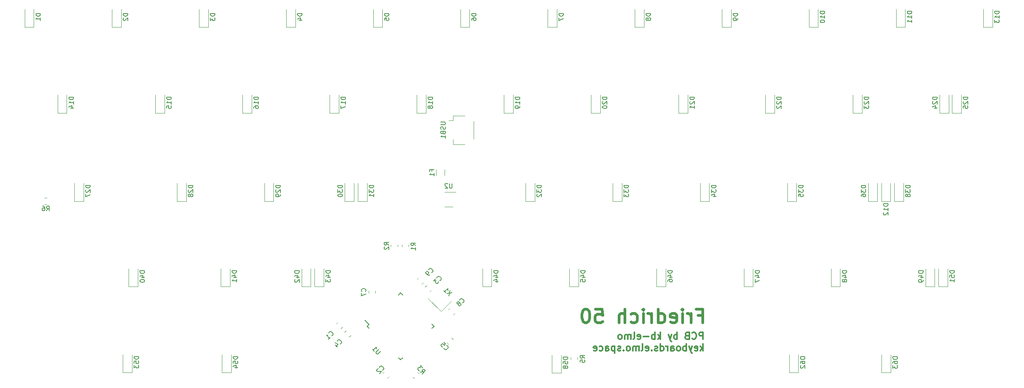
<source format=gbr>
%TF.GenerationSoftware,KiCad,Pcbnew,(5.1.9)-1*%
%TF.CreationDate,2021-01-27T12:27:53+01:00*%
%TF.ProjectId,FriedrichPCB,46726965-6472-4696-9368-5043422e6b69,rev?*%
%TF.SameCoordinates,Original*%
%TF.FileFunction,Legend,Bot*%
%TF.FilePolarity,Positive*%
%FSLAX46Y46*%
G04 Gerber Fmt 4.6, Leading zero omitted, Abs format (unit mm)*
G04 Created by KiCad (PCBNEW (5.1.9)-1) date 2021-01-27 12:27:53*
%MOMM*%
%LPD*%
G01*
G04 APERTURE LIST*
%ADD10C,0.300000*%
%ADD11C,0.600000*%
%ADD12C,0.120000*%
%ADD13C,0.150000*%
G04 APERTURE END LIST*
D10*
X191167057Y-130061171D02*
X191167057Y-128561171D01*
X190595628Y-128561171D01*
X190452771Y-128632600D01*
X190381342Y-128704028D01*
X190309914Y-128846885D01*
X190309914Y-129061171D01*
X190381342Y-129204028D01*
X190452771Y-129275457D01*
X190595628Y-129346885D01*
X191167057Y-129346885D01*
X188809914Y-129918314D02*
X188881342Y-129989742D01*
X189095628Y-130061171D01*
X189238485Y-130061171D01*
X189452771Y-129989742D01*
X189595628Y-129846885D01*
X189667057Y-129704028D01*
X189738485Y-129418314D01*
X189738485Y-129204028D01*
X189667057Y-128918314D01*
X189595628Y-128775457D01*
X189452771Y-128632600D01*
X189238485Y-128561171D01*
X189095628Y-128561171D01*
X188881342Y-128632600D01*
X188809914Y-128704028D01*
X187667057Y-129275457D02*
X187452771Y-129346885D01*
X187381342Y-129418314D01*
X187309914Y-129561171D01*
X187309914Y-129775457D01*
X187381342Y-129918314D01*
X187452771Y-129989742D01*
X187595628Y-130061171D01*
X188167057Y-130061171D01*
X188167057Y-128561171D01*
X187667057Y-128561171D01*
X187524200Y-128632600D01*
X187452771Y-128704028D01*
X187381342Y-128846885D01*
X187381342Y-128989742D01*
X187452771Y-129132600D01*
X187524200Y-129204028D01*
X187667057Y-129275457D01*
X188167057Y-129275457D01*
X185524200Y-130061171D02*
X185524200Y-128561171D01*
X185524200Y-129132600D02*
X185381342Y-129061171D01*
X185095628Y-129061171D01*
X184952771Y-129132600D01*
X184881342Y-129204028D01*
X184809914Y-129346885D01*
X184809914Y-129775457D01*
X184881342Y-129918314D01*
X184952771Y-129989742D01*
X185095628Y-130061171D01*
X185381342Y-130061171D01*
X185524200Y-129989742D01*
X184309914Y-129061171D02*
X183952771Y-130061171D01*
X183595628Y-129061171D02*
X183952771Y-130061171D01*
X184095628Y-130418314D01*
X184167057Y-130489742D01*
X184309914Y-130561171D01*
X181881342Y-130061171D02*
X181881342Y-128561171D01*
X181738485Y-129489742D02*
X181309914Y-130061171D01*
X181309914Y-129061171D02*
X181881342Y-129632600D01*
X180667057Y-130061171D02*
X180667057Y-128561171D01*
X180667057Y-129132600D02*
X180524200Y-129061171D01*
X180238485Y-129061171D01*
X180095628Y-129132600D01*
X180024200Y-129204028D01*
X179952771Y-129346885D01*
X179952771Y-129775457D01*
X180024200Y-129918314D01*
X180095628Y-129989742D01*
X180238485Y-130061171D01*
X180524200Y-130061171D01*
X180667057Y-129989742D01*
X179309914Y-129489742D02*
X178167057Y-129489742D01*
X176881342Y-129989742D02*
X177024200Y-130061171D01*
X177309914Y-130061171D01*
X177452771Y-129989742D01*
X177524200Y-129846885D01*
X177524200Y-129275457D01*
X177452771Y-129132600D01*
X177309914Y-129061171D01*
X177024200Y-129061171D01*
X176881342Y-129132600D01*
X176809914Y-129275457D01*
X176809914Y-129418314D01*
X177524200Y-129561171D01*
X175952771Y-130061171D02*
X176095628Y-129989742D01*
X176167057Y-129846885D01*
X176167057Y-128561171D01*
X175381342Y-130061171D02*
X175381342Y-129061171D01*
X175381342Y-129204028D02*
X175309914Y-129132600D01*
X175167057Y-129061171D01*
X174952771Y-129061171D01*
X174809914Y-129132600D01*
X174738485Y-129275457D01*
X174738485Y-130061171D01*
X174738485Y-129275457D02*
X174667057Y-129132600D01*
X174524200Y-129061171D01*
X174309914Y-129061171D01*
X174167057Y-129132600D01*
X174095628Y-129275457D01*
X174095628Y-130061171D01*
X173167057Y-130061171D02*
X173309914Y-129989742D01*
X173381342Y-129918314D01*
X173452771Y-129775457D01*
X173452771Y-129346885D01*
X173381342Y-129204028D01*
X173309914Y-129132600D01*
X173167057Y-129061171D01*
X172952771Y-129061171D01*
X172809914Y-129132600D01*
X172738485Y-129204028D01*
X172667057Y-129346885D01*
X172667057Y-129775457D01*
X172738485Y-129918314D01*
X172809914Y-129989742D01*
X172952771Y-130061171D01*
X173167057Y-130061171D01*
X191167057Y-132611171D02*
X191167057Y-131111171D01*
X191024200Y-132039742D02*
X190595628Y-132611171D01*
X190595628Y-131611171D02*
X191167057Y-132182600D01*
X189381342Y-132539742D02*
X189524200Y-132611171D01*
X189809914Y-132611171D01*
X189952771Y-132539742D01*
X190024200Y-132396885D01*
X190024200Y-131825457D01*
X189952771Y-131682600D01*
X189809914Y-131611171D01*
X189524200Y-131611171D01*
X189381342Y-131682600D01*
X189309914Y-131825457D01*
X189309914Y-131968314D01*
X190024200Y-132111171D01*
X188809914Y-131611171D02*
X188452771Y-132611171D01*
X188095628Y-131611171D02*
X188452771Y-132611171D01*
X188595628Y-132968314D01*
X188667057Y-133039742D01*
X188809914Y-133111171D01*
X187524200Y-132611171D02*
X187524200Y-131111171D01*
X187524200Y-131682600D02*
X187381342Y-131611171D01*
X187095628Y-131611171D01*
X186952771Y-131682600D01*
X186881342Y-131754028D01*
X186809914Y-131896885D01*
X186809914Y-132325457D01*
X186881342Y-132468314D01*
X186952771Y-132539742D01*
X187095628Y-132611171D01*
X187381342Y-132611171D01*
X187524200Y-132539742D01*
X185952771Y-132611171D02*
X186095628Y-132539742D01*
X186167057Y-132468314D01*
X186238485Y-132325457D01*
X186238485Y-131896885D01*
X186167057Y-131754028D01*
X186095628Y-131682600D01*
X185952771Y-131611171D01*
X185738485Y-131611171D01*
X185595628Y-131682600D01*
X185524200Y-131754028D01*
X185452771Y-131896885D01*
X185452771Y-132325457D01*
X185524200Y-132468314D01*
X185595628Y-132539742D01*
X185738485Y-132611171D01*
X185952771Y-132611171D01*
X184167057Y-132611171D02*
X184167057Y-131825457D01*
X184238485Y-131682600D01*
X184381342Y-131611171D01*
X184667057Y-131611171D01*
X184809914Y-131682600D01*
X184167057Y-132539742D02*
X184309914Y-132611171D01*
X184667057Y-132611171D01*
X184809914Y-132539742D01*
X184881342Y-132396885D01*
X184881342Y-132254028D01*
X184809914Y-132111171D01*
X184667057Y-132039742D01*
X184309914Y-132039742D01*
X184167057Y-131968314D01*
X183452771Y-132611171D02*
X183452771Y-131611171D01*
X183452771Y-131896885D02*
X183381342Y-131754028D01*
X183309914Y-131682600D01*
X183167057Y-131611171D01*
X183024200Y-131611171D01*
X181881342Y-132611171D02*
X181881342Y-131111171D01*
X181881342Y-132539742D02*
X182024200Y-132611171D01*
X182309914Y-132611171D01*
X182452771Y-132539742D01*
X182524200Y-132468314D01*
X182595628Y-132325457D01*
X182595628Y-131896885D01*
X182524200Y-131754028D01*
X182452771Y-131682600D01*
X182309914Y-131611171D01*
X182024200Y-131611171D01*
X181881342Y-131682600D01*
X181238485Y-132539742D02*
X181095628Y-132611171D01*
X180809914Y-132611171D01*
X180667057Y-132539742D01*
X180595628Y-132396885D01*
X180595628Y-132325457D01*
X180667057Y-132182600D01*
X180809914Y-132111171D01*
X181024200Y-132111171D01*
X181167057Y-132039742D01*
X181238485Y-131896885D01*
X181238485Y-131825457D01*
X181167057Y-131682600D01*
X181024200Y-131611171D01*
X180809914Y-131611171D01*
X180667057Y-131682600D01*
X179952771Y-132468314D02*
X179881342Y-132539742D01*
X179952771Y-132611171D01*
X180024200Y-132539742D01*
X179952771Y-132468314D01*
X179952771Y-132611171D01*
X178667057Y-132539742D02*
X178809914Y-132611171D01*
X179095628Y-132611171D01*
X179238485Y-132539742D01*
X179309914Y-132396885D01*
X179309914Y-131825457D01*
X179238485Y-131682600D01*
X179095628Y-131611171D01*
X178809914Y-131611171D01*
X178667057Y-131682600D01*
X178595628Y-131825457D01*
X178595628Y-131968314D01*
X179309914Y-132111171D01*
X177738485Y-132611171D02*
X177881342Y-132539742D01*
X177952771Y-132396885D01*
X177952771Y-131111171D01*
X177167057Y-132611171D02*
X177167057Y-131611171D01*
X177167057Y-131754028D02*
X177095628Y-131682600D01*
X176952771Y-131611171D01*
X176738485Y-131611171D01*
X176595628Y-131682600D01*
X176524200Y-131825457D01*
X176524200Y-132611171D01*
X176524200Y-131825457D02*
X176452771Y-131682600D01*
X176309914Y-131611171D01*
X176095628Y-131611171D01*
X175952771Y-131682600D01*
X175881342Y-131825457D01*
X175881342Y-132611171D01*
X174952771Y-132611171D02*
X175095628Y-132539742D01*
X175167057Y-132468314D01*
X175238485Y-132325457D01*
X175238485Y-131896885D01*
X175167057Y-131754028D01*
X175095628Y-131682600D01*
X174952771Y-131611171D01*
X174738485Y-131611171D01*
X174595628Y-131682600D01*
X174524200Y-131754028D01*
X174452771Y-131896885D01*
X174452771Y-132325457D01*
X174524200Y-132468314D01*
X174595628Y-132539742D01*
X174738485Y-132611171D01*
X174952771Y-132611171D01*
X173809914Y-132468314D02*
X173738485Y-132539742D01*
X173809914Y-132611171D01*
X173881342Y-132539742D01*
X173809914Y-132468314D01*
X173809914Y-132611171D01*
X173167057Y-132539742D02*
X173024200Y-132611171D01*
X172738485Y-132611171D01*
X172595628Y-132539742D01*
X172524200Y-132396885D01*
X172524200Y-132325457D01*
X172595628Y-132182600D01*
X172738485Y-132111171D01*
X172952771Y-132111171D01*
X173095628Y-132039742D01*
X173167057Y-131896885D01*
X173167057Y-131825457D01*
X173095628Y-131682600D01*
X172952771Y-131611171D01*
X172738485Y-131611171D01*
X172595628Y-131682600D01*
X171881342Y-131611171D02*
X171881342Y-133111171D01*
X171881342Y-131682600D02*
X171738485Y-131611171D01*
X171452771Y-131611171D01*
X171309914Y-131682600D01*
X171238485Y-131754028D01*
X171167057Y-131896885D01*
X171167057Y-132325457D01*
X171238485Y-132468314D01*
X171309914Y-132539742D01*
X171452771Y-132611171D01*
X171738485Y-132611171D01*
X171881342Y-132539742D01*
X169881342Y-132611171D02*
X169881342Y-131825457D01*
X169952771Y-131682600D01*
X170095628Y-131611171D01*
X170381342Y-131611171D01*
X170524200Y-131682600D01*
X169881342Y-132539742D02*
X170024200Y-132611171D01*
X170381342Y-132611171D01*
X170524200Y-132539742D01*
X170595628Y-132396885D01*
X170595628Y-132254028D01*
X170524200Y-132111171D01*
X170381342Y-132039742D01*
X170024200Y-132039742D01*
X169881342Y-131968314D01*
X168524200Y-132539742D02*
X168667057Y-132611171D01*
X168952771Y-132611171D01*
X169095628Y-132539742D01*
X169167057Y-132468314D01*
X169238485Y-132325457D01*
X169238485Y-131896885D01*
X169167057Y-131754028D01*
X169095628Y-131682600D01*
X168952771Y-131611171D01*
X168667057Y-131611171D01*
X168524200Y-131682600D01*
X167309914Y-132539742D02*
X167452771Y-132611171D01*
X167738485Y-132611171D01*
X167881342Y-132539742D01*
X167952771Y-132396885D01*
X167952771Y-131825457D01*
X167881342Y-131682600D01*
X167738485Y-131611171D01*
X167452771Y-131611171D01*
X167309914Y-131682600D01*
X167238485Y-131825457D01*
X167238485Y-131968314D01*
X167952771Y-132111171D01*
D11*
X190095257Y-124855314D02*
X191095257Y-124855314D01*
X191095257Y-126426742D02*
X191095257Y-123426742D01*
X189666685Y-123426742D01*
X188523828Y-126426742D02*
X188523828Y-124426742D01*
X188523828Y-124998171D02*
X188380971Y-124712457D01*
X188238114Y-124569600D01*
X187952400Y-124426742D01*
X187666685Y-124426742D01*
X186666685Y-126426742D02*
X186666685Y-124426742D01*
X186666685Y-123426742D02*
X186809542Y-123569600D01*
X186666685Y-123712457D01*
X186523828Y-123569600D01*
X186666685Y-123426742D01*
X186666685Y-123712457D01*
X184095257Y-126283885D02*
X184380971Y-126426742D01*
X184952400Y-126426742D01*
X185238114Y-126283885D01*
X185380971Y-125998171D01*
X185380971Y-124855314D01*
X185238114Y-124569600D01*
X184952400Y-124426742D01*
X184380971Y-124426742D01*
X184095257Y-124569600D01*
X183952400Y-124855314D01*
X183952400Y-125141028D01*
X185380971Y-125426742D01*
X181380971Y-126426742D02*
X181380971Y-123426742D01*
X181380971Y-126283885D02*
X181666685Y-126426742D01*
X182238114Y-126426742D01*
X182523828Y-126283885D01*
X182666685Y-126141028D01*
X182809542Y-125855314D01*
X182809542Y-124998171D01*
X182666685Y-124712457D01*
X182523828Y-124569600D01*
X182238114Y-124426742D01*
X181666685Y-124426742D01*
X181380971Y-124569600D01*
X179952400Y-126426742D02*
X179952400Y-124426742D01*
X179952400Y-124998171D02*
X179809542Y-124712457D01*
X179666685Y-124569600D01*
X179380971Y-124426742D01*
X179095257Y-124426742D01*
X178095257Y-126426742D02*
X178095257Y-124426742D01*
X178095257Y-123426742D02*
X178238114Y-123569600D01*
X178095257Y-123712457D01*
X177952400Y-123569600D01*
X178095257Y-123426742D01*
X178095257Y-123712457D01*
X175380971Y-126283885D02*
X175666685Y-126426742D01*
X176238114Y-126426742D01*
X176523828Y-126283885D01*
X176666685Y-126141028D01*
X176809542Y-125855314D01*
X176809542Y-124998171D01*
X176666685Y-124712457D01*
X176523828Y-124569600D01*
X176238114Y-124426742D01*
X175666685Y-124426742D01*
X175380971Y-124569600D01*
X174095257Y-126426742D02*
X174095257Y-123426742D01*
X172809542Y-126426742D02*
X172809542Y-124855314D01*
X172952400Y-124569600D01*
X173238114Y-124426742D01*
X173666685Y-124426742D01*
X173952400Y-124569600D01*
X174095257Y-124712457D01*
X167666685Y-123426742D02*
X169095257Y-123426742D01*
X169238114Y-124855314D01*
X169095257Y-124712457D01*
X168809542Y-124569600D01*
X168095257Y-124569600D01*
X167809542Y-124712457D01*
X167666685Y-124855314D01*
X167523828Y-125141028D01*
X167523828Y-125855314D01*
X167666685Y-126141028D01*
X167809542Y-126283885D01*
X168095257Y-126426742D01*
X168809542Y-126426742D01*
X169095257Y-126283885D01*
X169238114Y-126141028D01*
X165666685Y-123426742D02*
X165380971Y-123426742D01*
X165095257Y-123569600D01*
X164952400Y-123712457D01*
X164809542Y-123998171D01*
X164666685Y-124569600D01*
X164666685Y-125283885D01*
X164809542Y-125855314D01*
X164952400Y-126141028D01*
X165095257Y-126283885D01*
X165380971Y-126426742D01*
X165666685Y-126426742D01*
X165952400Y-126283885D01*
X166095257Y-126141028D01*
X166238114Y-125855314D01*
X166380971Y-125283885D01*
X166380971Y-124569600D01*
X166238114Y-123998171D01*
X166095257Y-123712457D01*
X165952400Y-123569600D01*
X165666685Y-123426742D01*
D12*
%TO.C,R6*%
X47270936Y-100607800D02*
X47725064Y-100607800D01*
X47270936Y-99137800D02*
X47725064Y-99137800D01*
%TO.C,USB1*%
X141064200Y-82388000D02*
X141064200Y-86268000D01*
X136594200Y-87438000D02*
X136594200Y-86388000D01*
X139094200Y-87438000D02*
X136594200Y-87438000D01*
X136594200Y-82268000D02*
X135604200Y-82268000D01*
X136594200Y-81218000D02*
X136594200Y-82268000D01*
X139094200Y-81218000D02*
X136594200Y-81218000D01*
%TO.C,X1*%
X133902287Y-123992940D02*
X131073860Y-121164513D01*
X136235740Y-121659487D02*
X133902287Y-123992940D01*
%TO.C,U2*%
X134685200Y-97856400D02*
X137135200Y-97856400D01*
X136485200Y-101076400D02*
X134685200Y-101076400D01*
D13*
%TO.C,U1*%
X118157631Y-126847414D02*
X117256070Y-125945852D01*
X125069600Y-134572555D02*
X124592303Y-134095258D01*
X132388155Y-127254000D02*
X131910858Y-126776703D01*
X125069600Y-119935445D02*
X125546897Y-120412742D01*
X117751045Y-127254000D02*
X118228342Y-127731297D01*
X125069600Y-119935445D02*
X124592303Y-120412742D01*
X132388155Y-127254000D02*
X131910858Y-127731297D01*
X125069600Y-134572555D02*
X125546897Y-134095258D01*
X117751045Y-127254000D02*
X118157631Y-126847414D01*
D12*
%TO.C,R5*%
X163752200Y-134037336D02*
X163752200Y-134491464D01*
X162282200Y-134037336D02*
X162282200Y-134491464D01*
%TO.C,R3*%
X128063235Y-138653082D02*
X127742118Y-138331965D01*
X129102682Y-137613635D02*
X128781565Y-137292518D01*
%TO.C,R2*%
X124433000Y-109399336D02*
X124433000Y-109853464D01*
X122963000Y-109399336D02*
X122963000Y-109853464D01*
%TO.C,R1*%
X126820600Y-109399336D02*
X126820600Y-109853464D01*
X125350600Y-109399336D02*
X125350600Y-109853464D01*
%TO.C,F1*%
X134666400Y-93022336D02*
X134666400Y-94226464D01*
X132846400Y-93022336D02*
X132846400Y-94226464D01*
%TO.C,D63*%
X232241600Y-137378000D02*
X232241600Y-133478000D01*
X230241600Y-137378000D02*
X230241600Y-133478000D01*
X232241600Y-137378000D02*
X230241600Y-137378000D01*
%TO.C,D62*%
X212023200Y-137378000D02*
X212023200Y-133478000D01*
X210023200Y-137378000D02*
X210023200Y-133478000D01*
X212023200Y-137378000D02*
X210023200Y-137378000D01*
%TO.C,D58*%
X160156400Y-137428800D02*
X160156400Y-133528800D01*
X158156400Y-137428800D02*
X158156400Y-133528800D01*
X160156400Y-137428800D02*
X158156400Y-137428800D01*
%TO.C,D54*%
X88020400Y-137327200D02*
X88020400Y-133427200D01*
X86020400Y-137327200D02*
X86020400Y-133427200D01*
X88020400Y-137327200D02*
X86020400Y-137327200D01*
%TO.C,D53*%
X66379600Y-137327200D02*
X66379600Y-133427200D01*
X64379600Y-137327200D02*
X64379600Y-133427200D01*
X66379600Y-137327200D02*
X64379600Y-137327200D01*
%TO.C,D51*%
X244687600Y-118531200D02*
X244687600Y-114631200D01*
X242687600Y-118531200D02*
X242687600Y-114631200D01*
X244687600Y-118531200D02*
X242687600Y-118531200D01*
%TO.C,D49*%
X241842800Y-118531200D02*
X241842800Y-114631200D01*
X239842800Y-118531200D02*
X239842800Y-114631200D01*
X241842800Y-118531200D02*
X239842800Y-118531200D01*
%TO.C,D48*%
X221167200Y-118531200D02*
X221167200Y-114631200D01*
X219167200Y-118531200D02*
X219167200Y-114631200D01*
X221167200Y-118531200D02*
X219167200Y-118531200D01*
%TO.C,D47*%
X202117200Y-118531200D02*
X202117200Y-114631200D01*
X200117200Y-118531200D02*
X200117200Y-114631200D01*
X202117200Y-118531200D02*
X200117200Y-118531200D01*
%TO.C,D46*%
X183016400Y-118531200D02*
X183016400Y-114631200D01*
X181016400Y-118531200D02*
X181016400Y-114631200D01*
X183016400Y-118531200D02*
X181016400Y-118531200D01*
%TO.C,D45*%
X163966400Y-118531200D02*
X163966400Y-114631200D01*
X161966400Y-118531200D02*
X161966400Y-114631200D01*
X163966400Y-118531200D02*
X161966400Y-118531200D01*
%TO.C,D44*%
X144967200Y-118531200D02*
X144967200Y-114631200D01*
X142967200Y-118531200D02*
X142967200Y-114631200D01*
X144967200Y-118531200D02*
X142967200Y-118531200D01*
%TO.C,D43*%
X108289600Y-118531200D02*
X108289600Y-114631200D01*
X106289600Y-118531200D02*
X106289600Y-114631200D01*
X108289600Y-118531200D02*
X106289600Y-118531200D01*
%TO.C,D42*%
X105444800Y-118531200D02*
X105444800Y-114631200D01*
X103444800Y-118531200D02*
X103444800Y-114631200D01*
X105444800Y-118531200D02*
X103444800Y-118531200D01*
%TO.C,D41*%
X87766400Y-118531200D02*
X87766400Y-114631200D01*
X85766400Y-118531200D02*
X85766400Y-114631200D01*
X87766400Y-118531200D02*
X85766400Y-118531200D01*
%TO.C,D40*%
X67649600Y-118582000D02*
X67649600Y-114682000D01*
X65649600Y-118582000D02*
X65649600Y-114682000D01*
X67649600Y-118582000D02*
X65649600Y-118582000D01*
%TO.C,D38*%
X235035600Y-99887600D02*
X235035600Y-95987600D01*
X233035600Y-99887600D02*
X233035600Y-95987600D01*
X235035600Y-99887600D02*
X233035600Y-99887600D01*
%TO.C,D36*%
X229295200Y-99887600D02*
X229295200Y-95987600D01*
X227295200Y-99887600D02*
X227295200Y-95987600D01*
X229295200Y-99887600D02*
X227295200Y-99887600D01*
%TO.C,D35*%
X211616800Y-99887600D02*
X211616800Y-95987600D01*
X209616800Y-99887600D02*
X209616800Y-95987600D01*
X211616800Y-99887600D02*
X209616800Y-99887600D01*
%TO.C,D34*%
X192566800Y-99887600D02*
X192566800Y-95987600D01*
X190566800Y-99887600D02*
X190566800Y-95987600D01*
X192566800Y-99887600D02*
X190566800Y-99887600D01*
%TO.C,D33*%
X173466000Y-99887600D02*
X173466000Y-95987600D01*
X171466000Y-99887600D02*
X171466000Y-95987600D01*
X173466000Y-99887600D02*
X171466000Y-99887600D01*
%TO.C,D32*%
X154416000Y-99887600D02*
X154416000Y-95987600D01*
X152416000Y-99887600D02*
X152416000Y-95987600D01*
X154416000Y-99887600D02*
X152416000Y-99887600D01*
%TO.C,D31*%
X117738400Y-99887600D02*
X117738400Y-95987600D01*
X115738400Y-99887600D02*
X115738400Y-95987600D01*
X117738400Y-99887600D02*
X115738400Y-99887600D01*
%TO.C,D30*%
X114893600Y-99887600D02*
X114893600Y-95987600D01*
X112893600Y-99887600D02*
X112893600Y-95987600D01*
X114893600Y-99887600D02*
X112893600Y-99887600D01*
%TO.C,D29*%
X97316800Y-99887600D02*
X97316800Y-95987600D01*
X95316800Y-99887600D02*
X95316800Y-95987600D01*
X97316800Y-99887600D02*
X95316800Y-99887600D01*
%TO.C,D28*%
X78216000Y-99887600D02*
X78216000Y-95987600D01*
X76216000Y-99887600D02*
X76216000Y-95987600D01*
X78216000Y-99887600D02*
X76216000Y-99887600D01*
%TO.C,D27*%
X55762400Y-99887600D02*
X55762400Y-95987600D01*
X53762400Y-99887600D02*
X53762400Y-95987600D01*
X55762400Y-99887600D02*
X53762400Y-99887600D01*
%TO.C,D25*%
X247634000Y-80583600D02*
X247634000Y-76683600D01*
X245634000Y-80583600D02*
X245634000Y-76683600D01*
X247634000Y-80583600D02*
X245634000Y-80583600D01*
%TO.C,D24*%
X244941600Y-80583600D02*
X244941600Y-76683600D01*
X242941600Y-80583600D02*
X242941600Y-76683600D01*
X244941600Y-80583600D02*
X242941600Y-80583600D01*
%TO.C,D23*%
X225942400Y-80583600D02*
X225942400Y-76683600D01*
X223942400Y-80583600D02*
X223942400Y-76683600D01*
X225942400Y-80583600D02*
X223942400Y-80583600D01*
%TO.C,D22*%
X206841600Y-80583600D02*
X206841600Y-76683600D01*
X204841600Y-80583600D02*
X204841600Y-76683600D01*
X206841600Y-80583600D02*
X204841600Y-80583600D01*
%TO.C,D21*%
X187842400Y-80583600D02*
X187842400Y-76683600D01*
X185842400Y-80583600D02*
X185842400Y-76683600D01*
X187842400Y-80583600D02*
X185842400Y-80583600D01*
%TO.C,D20*%
X168741600Y-80583600D02*
X168741600Y-76683600D01*
X166741600Y-80583600D02*
X166741600Y-76683600D01*
X168741600Y-80583600D02*
X166741600Y-80583600D01*
%TO.C,D19*%
X149691600Y-80583600D02*
X149691600Y-76683600D01*
X147691600Y-80583600D02*
X147691600Y-76683600D01*
X149691600Y-80583600D02*
X147691600Y-80583600D01*
%TO.C,D18*%
X130641600Y-80583600D02*
X130641600Y-76683600D01*
X128641600Y-80583600D02*
X128641600Y-76683600D01*
X130641600Y-80583600D02*
X128641600Y-80583600D01*
%TO.C,D17*%
X111591600Y-80583600D02*
X111591600Y-76683600D01*
X109591600Y-80583600D02*
X109591600Y-76683600D01*
X111591600Y-80583600D02*
X109591600Y-80583600D01*
%TO.C,D16*%
X92541600Y-80583600D02*
X92541600Y-76683600D01*
X90541600Y-80583600D02*
X90541600Y-76683600D01*
X92541600Y-80583600D02*
X90541600Y-80583600D01*
%TO.C,D15*%
X73491600Y-80583600D02*
X73491600Y-76683600D01*
X71491600Y-80583600D02*
X71491600Y-76683600D01*
X73491600Y-80583600D02*
X71491600Y-80583600D01*
%TO.C,D14*%
X52104800Y-80583600D02*
X52104800Y-76683600D01*
X50104800Y-80583600D02*
X50104800Y-76683600D01*
X52104800Y-80583600D02*
X50104800Y-80583600D01*
%TO.C,D13*%
X254492000Y-61838400D02*
X254492000Y-57938400D01*
X252492000Y-61838400D02*
X252492000Y-57938400D01*
X254492000Y-61838400D02*
X252492000Y-61838400D01*
%TO.C,D12*%
X232190800Y-99887600D02*
X232190800Y-95987600D01*
X230190800Y-99887600D02*
X230190800Y-95987600D01*
X232190800Y-99887600D02*
X230190800Y-99887600D01*
%TO.C,D11*%
X235391200Y-61838400D02*
X235391200Y-57938400D01*
X233391200Y-61838400D02*
X233391200Y-57938400D01*
X235391200Y-61838400D02*
X233391200Y-61838400D01*
%TO.C,D10*%
X216341200Y-61838400D02*
X216341200Y-57938400D01*
X214341200Y-61838400D02*
X214341200Y-57938400D01*
X216341200Y-61838400D02*
X214341200Y-61838400D01*
%TO.C,D9*%
X197342000Y-61838400D02*
X197342000Y-57938400D01*
X195342000Y-61838400D02*
X195342000Y-57938400D01*
X197342000Y-61838400D02*
X195342000Y-61838400D01*
%TO.C,D8*%
X178292000Y-61838400D02*
X178292000Y-57938400D01*
X176292000Y-61838400D02*
X176292000Y-57938400D01*
X178292000Y-61838400D02*
X176292000Y-61838400D01*
%TO.C,D7*%
X159242000Y-61838400D02*
X159242000Y-57938400D01*
X157242000Y-61838400D02*
X157242000Y-57938400D01*
X159242000Y-61838400D02*
X157242000Y-61838400D01*
%TO.C,D6*%
X140141200Y-61838400D02*
X140141200Y-57938400D01*
X138141200Y-61838400D02*
X138141200Y-57938400D01*
X140141200Y-61838400D02*
X138141200Y-61838400D01*
%TO.C,D5*%
X121091200Y-61838400D02*
X121091200Y-57938400D01*
X119091200Y-61838400D02*
X119091200Y-57938400D01*
X121091200Y-61838400D02*
X119091200Y-61838400D01*
%TO.C,D4*%
X102092000Y-61838400D02*
X102092000Y-57938400D01*
X100092000Y-61838400D02*
X100092000Y-57938400D01*
X102092000Y-61838400D02*
X100092000Y-61838400D01*
%TO.C,D3*%
X83042000Y-61838400D02*
X83042000Y-57938400D01*
X81042000Y-61838400D02*
X81042000Y-57938400D01*
X83042000Y-61838400D02*
X81042000Y-61838400D01*
%TO.C,D2*%
X63992000Y-61838400D02*
X63992000Y-57938400D01*
X61992000Y-61838400D02*
X61992000Y-57938400D01*
X63992000Y-61838400D02*
X61992000Y-61838400D01*
%TO.C,D1*%
X44891200Y-61838400D02*
X44891200Y-57938400D01*
X42891200Y-61838400D02*
X42891200Y-57938400D01*
X44891200Y-61838400D02*
X42891200Y-61838400D01*
%TO.C,C9*%
X131819257Y-119308590D02*
X131449790Y-119678057D01*
X130779810Y-118269143D02*
X130410343Y-118638610D01*
%TO.C,C8*%
X135552494Y-123656459D02*
X135921961Y-123286992D01*
X136591941Y-124695906D02*
X136961408Y-124326439D01*
%TO.C,C7*%
X118086200Y-119996852D02*
X118086200Y-119474348D01*
X119556200Y-119996852D02*
X119556200Y-119474348D01*
%TO.C,C5*%
X136224990Y-129749943D02*
X136594457Y-130119410D01*
X135185543Y-130789390D02*
X135555010Y-131158857D01*
%TO.C,C4*%
X114191657Y-129214590D02*
X113822190Y-129584057D01*
X113152210Y-128175143D02*
X112782743Y-128544610D01*
%TO.C,C3*%
X128683143Y-116962210D02*
X129052610Y-116592743D01*
X129722590Y-118001657D02*
X130092057Y-117632190D01*
%TO.C,C2*%
X122562306Y-138217541D02*
X122192839Y-138587008D01*
X121522859Y-137178094D02*
X121153392Y-137547561D01*
%TO.C,C1*%
X112362857Y-127385790D02*
X111993390Y-127755257D01*
X111323410Y-126346343D02*
X110953943Y-126715810D01*
%TO.C,R6*%
D13*
X47664666Y-101975180D02*
X47998000Y-101498990D01*
X48236095Y-101975180D02*
X48236095Y-100975180D01*
X47855142Y-100975180D01*
X47759904Y-101022800D01*
X47712285Y-101070419D01*
X47664666Y-101165657D01*
X47664666Y-101308514D01*
X47712285Y-101403752D01*
X47759904Y-101451371D01*
X47855142Y-101498990D01*
X48236095Y-101498990D01*
X46807523Y-100975180D02*
X46998000Y-100975180D01*
X47093238Y-101022800D01*
X47140857Y-101070419D01*
X47236095Y-101213276D01*
X47283714Y-101403752D01*
X47283714Y-101784704D01*
X47236095Y-101879942D01*
X47188476Y-101927561D01*
X47093238Y-101975180D01*
X46902761Y-101975180D01*
X46807523Y-101927561D01*
X46759904Y-101879942D01*
X46712285Y-101784704D01*
X46712285Y-101546609D01*
X46759904Y-101451371D01*
X46807523Y-101403752D01*
X46902761Y-101356133D01*
X47093238Y-101356133D01*
X47188476Y-101403752D01*
X47236095Y-101451371D01*
X47283714Y-101546609D01*
%TO.C,USB1*%
X133851580Y-82589904D02*
X134661104Y-82589904D01*
X134756342Y-82637523D01*
X134803961Y-82685142D01*
X134851580Y-82780380D01*
X134851580Y-82970857D01*
X134803961Y-83066095D01*
X134756342Y-83113714D01*
X134661104Y-83161333D01*
X133851580Y-83161333D01*
X134803961Y-83589904D02*
X134851580Y-83732761D01*
X134851580Y-83970857D01*
X134803961Y-84066095D01*
X134756342Y-84113714D01*
X134661104Y-84161333D01*
X134565866Y-84161333D01*
X134470628Y-84113714D01*
X134423009Y-84066095D01*
X134375390Y-83970857D01*
X134327771Y-83780380D01*
X134280152Y-83685142D01*
X134232533Y-83637523D01*
X134137295Y-83589904D01*
X134042057Y-83589904D01*
X133946819Y-83637523D01*
X133899200Y-83685142D01*
X133851580Y-83780380D01*
X133851580Y-84018476D01*
X133899200Y-84161333D01*
X134327771Y-84923238D02*
X134375390Y-85066095D01*
X134423009Y-85113714D01*
X134518247Y-85161333D01*
X134661104Y-85161333D01*
X134756342Y-85113714D01*
X134803961Y-85066095D01*
X134851580Y-84970857D01*
X134851580Y-84589904D01*
X133851580Y-84589904D01*
X133851580Y-84923238D01*
X133899200Y-85018476D01*
X133946819Y-85066095D01*
X134042057Y-85113714D01*
X134137295Y-85113714D01*
X134232533Y-85066095D01*
X134280152Y-85018476D01*
X134327771Y-84923238D01*
X134327771Y-84589904D01*
X134851580Y-86113714D02*
X134851580Y-85542285D01*
X134851580Y-85828000D02*
X133851580Y-85828000D01*
X133994438Y-85732761D01*
X134089676Y-85637523D01*
X134137295Y-85542285D01*
%TO.C,X1*%
X136346856Y-119864782D02*
X135168345Y-120100484D01*
X135875452Y-119393378D02*
X135639750Y-120571889D01*
X134528582Y-119460721D02*
X134932643Y-119864782D01*
X134730612Y-119662752D02*
X135437719Y-118955645D01*
X135404047Y-119124004D01*
X135404047Y-119258691D01*
X135437719Y-119359706D01*
%TO.C,U2*%
X136347104Y-96018780D02*
X136347104Y-96828304D01*
X136299485Y-96923542D01*
X136251866Y-96971161D01*
X136156628Y-97018780D01*
X135966152Y-97018780D01*
X135870914Y-96971161D01*
X135823295Y-96923542D01*
X135775676Y-96828304D01*
X135775676Y-96018780D01*
X135347104Y-96114019D02*
X135299485Y-96066400D01*
X135204247Y-96018780D01*
X134966152Y-96018780D01*
X134870914Y-96066400D01*
X134823295Y-96114019D01*
X134775676Y-96209257D01*
X134775676Y-96304495D01*
X134823295Y-96447352D01*
X135394723Y-97018780D01*
X134775676Y-97018780D01*
%TO.C,U1*%
X120727627Y-132673468D02*
X120155207Y-133245888D01*
X120054192Y-133279560D01*
X119986848Y-133279560D01*
X119885833Y-133245888D01*
X119751146Y-133111201D01*
X119717474Y-133010186D01*
X119717474Y-132942842D01*
X119751146Y-132841827D01*
X120323566Y-132269407D01*
X118909352Y-132269407D02*
X119313413Y-132673468D01*
X119111383Y-132471438D02*
X119818489Y-131764331D01*
X119784818Y-131932690D01*
X119784818Y-132067377D01*
X119818489Y-132168392D01*
%TO.C,R5*%
X165349180Y-134199333D02*
X164872990Y-133866000D01*
X165349180Y-133627904D02*
X164349180Y-133627904D01*
X164349180Y-134008857D01*
X164396800Y-134104095D01*
X164444419Y-134151714D01*
X164539657Y-134199333D01*
X164682514Y-134199333D01*
X164777752Y-134151714D01*
X164825371Y-134104095D01*
X164872990Y-134008857D01*
X164872990Y-133627904D01*
X164349180Y-135104095D02*
X164349180Y-134627904D01*
X164825371Y-134580285D01*
X164777752Y-134627904D01*
X164730133Y-134723142D01*
X164730133Y-134961238D01*
X164777752Y-135056476D01*
X164825371Y-135104095D01*
X164920609Y-135151714D01*
X165158704Y-135151714D01*
X165253942Y-135104095D01*
X165301561Y-135056476D01*
X165349180Y-134961238D01*
X165349180Y-134723142D01*
X165301561Y-134627904D01*
X165253942Y-134580285D01*
%TO.C,R3*%
X129387095Y-137243806D02*
X129959515Y-137142791D01*
X129791156Y-137647867D02*
X130498263Y-136940761D01*
X130228889Y-136671386D01*
X130127874Y-136637715D01*
X130060530Y-136637715D01*
X129959515Y-136671386D01*
X129858500Y-136772402D01*
X129824828Y-136873417D01*
X129824828Y-136940761D01*
X129858500Y-137041776D01*
X130127874Y-137311150D01*
X129858500Y-136300997D02*
X129420767Y-135863264D01*
X129387095Y-136368341D01*
X129286080Y-136267325D01*
X129185064Y-136233654D01*
X129117721Y-136233654D01*
X129016706Y-136267325D01*
X128848347Y-136435684D01*
X128814675Y-136536699D01*
X128814675Y-136604043D01*
X128848347Y-136705058D01*
X129050377Y-136907089D01*
X129151393Y-136940761D01*
X129218736Y-136940761D01*
%TO.C,R2*%
X122500380Y-109459733D02*
X122024190Y-109126400D01*
X122500380Y-108888304D02*
X121500380Y-108888304D01*
X121500380Y-109269257D01*
X121548000Y-109364495D01*
X121595619Y-109412114D01*
X121690857Y-109459733D01*
X121833714Y-109459733D01*
X121928952Y-109412114D01*
X121976571Y-109364495D01*
X122024190Y-109269257D01*
X122024190Y-108888304D01*
X121595619Y-109840685D02*
X121548000Y-109888304D01*
X121500380Y-109983542D01*
X121500380Y-110221638D01*
X121548000Y-110316876D01*
X121595619Y-110364495D01*
X121690857Y-110412114D01*
X121786095Y-110412114D01*
X121928952Y-110364495D01*
X122500380Y-109793066D01*
X122500380Y-110412114D01*
%TO.C,R1*%
X128366780Y-109612133D02*
X127890590Y-109278800D01*
X128366780Y-109040704D02*
X127366780Y-109040704D01*
X127366780Y-109421657D01*
X127414400Y-109516895D01*
X127462019Y-109564514D01*
X127557257Y-109612133D01*
X127700114Y-109612133D01*
X127795352Y-109564514D01*
X127842971Y-109516895D01*
X127890590Y-109421657D01*
X127890590Y-109040704D01*
X128366780Y-110564514D02*
X128366780Y-109993085D01*
X128366780Y-110278800D02*
X127366780Y-110278800D01*
X127509638Y-110183561D01*
X127604876Y-110088323D01*
X127652495Y-109993085D01*
%TO.C,F1*%
X131864971Y-93291066D02*
X131864971Y-92957733D01*
X132388780Y-92957733D02*
X131388780Y-92957733D01*
X131388780Y-93433923D01*
X132388780Y-94338685D02*
X132388780Y-93767257D01*
X132388780Y-94052971D02*
X131388780Y-94052971D01*
X131531638Y-93957733D01*
X131626876Y-93862495D01*
X131674495Y-93767257D01*
%TO.C,D63*%
X233693980Y-133913714D02*
X232693980Y-133913714D01*
X232693980Y-134151809D01*
X232741600Y-134294666D01*
X232836838Y-134389904D01*
X232932076Y-134437523D01*
X233122552Y-134485142D01*
X233265409Y-134485142D01*
X233455885Y-134437523D01*
X233551123Y-134389904D01*
X233646361Y-134294666D01*
X233693980Y-134151809D01*
X233693980Y-133913714D01*
X232693980Y-135342285D02*
X232693980Y-135151809D01*
X232741600Y-135056571D01*
X232789219Y-135008952D01*
X232932076Y-134913714D01*
X233122552Y-134866095D01*
X233503504Y-134866095D01*
X233598742Y-134913714D01*
X233646361Y-134961333D01*
X233693980Y-135056571D01*
X233693980Y-135247047D01*
X233646361Y-135342285D01*
X233598742Y-135389904D01*
X233503504Y-135437523D01*
X233265409Y-135437523D01*
X233170171Y-135389904D01*
X233122552Y-135342285D01*
X233074933Y-135247047D01*
X233074933Y-135056571D01*
X233122552Y-134961333D01*
X233170171Y-134913714D01*
X233265409Y-134866095D01*
X232693980Y-135770857D02*
X232693980Y-136389904D01*
X233074933Y-136056571D01*
X233074933Y-136199428D01*
X233122552Y-136294666D01*
X233170171Y-136342285D01*
X233265409Y-136389904D01*
X233503504Y-136389904D01*
X233598742Y-136342285D01*
X233646361Y-136294666D01*
X233693980Y-136199428D01*
X233693980Y-135913714D01*
X233646361Y-135818476D01*
X233598742Y-135770857D01*
%TO.C,D62*%
X213475580Y-133913714D02*
X212475580Y-133913714D01*
X212475580Y-134151809D01*
X212523200Y-134294666D01*
X212618438Y-134389904D01*
X212713676Y-134437523D01*
X212904152Y-134485142D01*
X213047009Y-134485142D01*
X213237485Y-134437523D01*
X213332723Y-134389904D01*
X213427961Y-134294666D01*
X213475580Y-134151809D01*
X213475580Y-133913714D01*
X212475580Y-135342285D02*
X212475580Y-135151809D01*
X212523200Y-135056571D01*
X212570819Y-135008952D01*
X212713676Y-134913714D01*
X212904152Y-134866095D01*
X213285104Y-134866095D01*
X213380342Y-134913714D01*
X213427961Y-134961333D01*
X213475580Y-135056571D01*
X213475580Y-135247047D01*
X213427961Y-135342285D01*
X213380342Y-135389904D01*
X213285104Y-135437523D01*
X213047009Y-135437523D01*
X212951771Y-135389904D01*
X212904152Y-135342285D01*
X212856533Y-135247047D01*
X212856533Y-135056571D01*
X212904152Y-134961333D01*
X212951771Y-134913714D01*
X213047009Y-134866095D01*
X212570819Y-135818476D02*
X212523200Y-135866095D01*
X212475580Y-135961333D01*
X212475580Y-136199428D01*
X212523200Y-136294666D01*
X212570819Y-136342285D01*
X212666057Y-136389904D01*
X212761295Y-136389904D01*
X212904152Y-136342285D01*
X213475580Y-135770857D01*
X213475580Y-136389904D01*
%TO.C,D58*%
X161608780Y-133964514D02*
X160608780Y-133964514D01*
X160608780Y-134202609D01*
X160656400Y-134345466D01*
X160751638Y-134440704D01*
X160846876Y-134488323D01*
X161037352Y-134535942D01*
X161180209Y-134535942D01*
X161370685Y-134488323D01*
X161465923Y-134440704D01*
X161561161Y-134345466D01*
X161608780Y-134202609D01*
X161608780Y-133964514D01*
X160608780Y-135440704D02*
X160608780Y-134964514D01*
X161084971Y-134916895D01*
X161037352Y-134964514D01*
X160989733Y-135059752D01*
X160989733Y-135297847D01*
X161037352Y-135393085D01*
X161084971Y-135440704D01*
X161180209Y-135488323D01*
X161418304Y-135488323D01*
X161513542Y-135440704D01*
X161561161Y-135393085D01*
X161608780Y-135297847D01*
X161608780Y-135059752D01*
X161561161Y-134964514D01*
X161513542Y-134916895D01*
X161037352Y-136059752D02*
X160989733Y-135964514D01*
X160942114Y-135916895D01*
X160846876Y-135869276D01*
X160799257Y-135869276D01*
X160704019Y-135916895D01*
X160656400Y-135964514D01*
X160608780Y-136059752D01*
X160608780Y-136250228D01*
X160656400Y-136345466D01*
X160704019Y-136393085D01*
X160799257Y-136440704D01*
X160846876Y-136440704D01*
X160942114Y-136393085D01*
X160989733Y-136345466D01*
X161037352Y-136250228D01*
X161037352Y-136059752D01*
X161084971Y-135964514D01*
X161132590Y-135916895D01*
X161227828Y-135869276D01*
X161418304Y-135869276D01*
X161513542Y-135916895D01*
X161561161Y-135964514D01*
X161608780Y-136059752D01*
X161608780Y-136250228D01*
X161561161Y-136345466D01*
X161513542Y-136393085D01*
X161418304Y-136440704D01*
X161227828Y-136440704D01*
X161132590Y-136393085D01*
X161084971Y-136345466D01*
X161037352Y-136250228D01*
%TO.C,D54*%
X89472780Y-133862914D02*
X88472780Y-133862914D01*
X88472780Y-134101009D01*
X88520400Y-134243866D01*
X88615638Y-134339104D01*
X88710876Y-134386723D01*
X88901352Y-134434342D01*
X89044209Y-134434342D01*
X89234685Y-134386723D01*
X89329923Y-134339104D01*
X89425161Y-134243866D01*
X89472780Y-134101009D01*
X89472780Y-133862914D01*
X88472780Y-135339104D02*
X88472780Y-134862914D01*
X88948971Y-134815295D01*
X88901352Y-134862914D01*
X88853733Y-134958152D01*
X88853733Y-135196247D01*
X88901352Y-135291485D01*
X88948971Y-135339104D01*
X89044209Y-135386723D01*
X89282304Y-135386723D01*
X89377542Y-135339104D01*
X89425161Y-135291485D01*
X89472780Y-135196247D01*
X89472780Y-134958152D01*
X89425161Y-134862914D01*
X89377542Y-134815295D01*
X88806114Y-136243866D02*
X89472780Y-136243866D01*
X88425161Y-136005771D02*
X89139447Y-135767676D01*
X89139447Y-136386723D01*
%TO.C,D53*%
X67831980Y-133862914D02*
X66831980Y-133862914D01*
X66831980Y-134101009D01*
X66879600Y-134243866D01*
X66974838Y-134339104D01*
X67070076Y-134386723D01*
X67260552Y-134434342D01*
X67403409Y-134434342D01*
X67593885Y-134386723D01*
X67689123Y-134339104D01*
X67784361Y-134243866D01*
X67831980Y-134101009D01*
X67831980Y-133862914D01*
X66831980Y-135339104D02*
X66831980Y-134862914D01*
X67308171Y-134815295D01*
X67260552Y-134862914D01*
X67212933Y-134958152D01*
X67212933Y-135196247D01*
X67260552Y-135291485D01*
X67308171Y-135339104D01*
X67403409Y-135386723D01*
X67641504Y-135386723D01*
X67736742Y-135339104D01*
X67784361Y-135291485D01*
X67831980Y-135196247D01*
X67831980Y-134958152D01*
X67784361Y-134862914D01*
X67736742Y-134815295D01*
X66831980Y-135720057D02*
X66831980Y-136339104D01*
X67212933Y-136005771D01*
X67212933Y-136148628D01*
X67260552Y-136243866D01*
X67308171Y-136291485D01*
X67403409Y-136339104D01*
X67641504Y-136339104D01*
X67736742Y-136291485D01*
X67784361Y-136243866D01*
X67831980Y-136148628D01*
X67831980Y-135862914D01*
X67784361Y-135767676D01*
X67736742Y-135720057D01*
%TO.C,D51*%
X246139980Y-115066914D02*
X245139980Y-115066914D01*
X245139980Y-115305009D01*
X245187600Y-115447866D01*
X245282838Y-115543104D01*
X245378076Y-115590723D01*
X245568552Y-115638342D01*
X245711409Y-115638342D01*
X245901885Y-115590723D01*
X245997123Y-115543104D01*
X246092361Y-115447866D01*
X246139980Y-115305009D01*
X246139980Y-115066914D01*
X245139980Y-116543104D02*
X245139980Y-116066914D01*
X245616171Y-116019295D01*
X245568552Y-116066914D01*
X245520933Y-116162152D01*
X245520933Y-116400247D01*
X245568552Y-116495485D01*
X245616171Y-116543104D01*
X245711409Y-116590723D01*
X245949504Y-116590723D01*
X246044742Y-116543104D01*
X246092361Y-116495485D01*
X246139980Y-116400247D01*
X246139980Y-116162152D01*
X246092361Y-116066914D01*
X246044742Y-116019295D01*
X246139980Y-117543104D02*
X246139980Y-116971676D01*
X246139980Y-117257390D02*
X245139980Y-117257390D01*
X245282838Y-117162152D01*
X245378076Y-117066914D01*
X245425695Y-116971676D01*
%TO.C,D49*%
X239313980Y-115117714D02*
X238313980Y-115117714D01*
X238313980Y-115355809D01*
X238361600Y-115498666D01*
X238456838Y-115593904D01*
X238552076Y-115641523D01*
X238742552Y-115689142D01*
X238885409Y-115689142D01*
X239075885Y-115641523D01*
X239171123Y-115593904D01*
X239266361Y-115498666D01*
X239313980Y-115355809D01*
X239313980Y-115117714D01*
X238647314Y-116546285D02*
X239313980Y-116546285D01*
X238266361Y-116308190D02*
X238980647Y-116070095D01*
X238980647Y-116689142D01*
X239313980Y-117117714D02*
X239313980Y-117308190D01*
X239266361Y-117403428D01*
X239218742Y-117451047D01*
X239075885Y-117546285D01*
X238885409Y-117593904D01*
X238504457Y-117593904D01*
X238409219Y-117546285D01*
X238361600Y-117498666D01*
X238313980Y-117403428D01*
X238313980Y-117212952D01*
X238361600Y-117117714D01*
X238409219Y-117070095D01*
X238504457Y-117022476D01*
X238742552Y-117022476D01*
X238837790Y-117070095D01*
X238885409Y-117117714D01*
X238933028Y-117212952D01*
X238933028Y-117403428D01*
X238885409Y-117498666D01*
X238837790Y-117546285D01*
X238742552Y-117593904D01*
%TO.C,D48*%
X222619580Y-115066914D02*
X221619580Y-115066914D01*
X221619580Y-115305009D01*
X221667200Y-115447866D01*
X221762438Y-115543104D01*
X221857676Y-115590723D01*
X222048152Y-115638342D01*
X222191009Y-115638342D01*
X222381485Y-115590723D01*
X222476723Y-115543104D01*
X222571961Y-115447866D01*
X222619580Y-115305009D01*
X222619580Y-115066914D01*
X221952914Y-116495485D02*
X222619580Y-116495485D01*
X221571961Y-116257390D02*
X222286247Y-116019295D01*
X222286247Y-116638342D01*
X222048152Y-117162152D02*
X222000533Y-117066914D01*
X221952914Y-117019295D01*
X221857676Y-116971676D01*
X221810057Y-116971676D01*
X221714819Y-117019295D01*
X221667200Y-117066914D01*
X221619580Y-117162152D01*
X221619580Y-117352628D01*
X221667200Y-117447866D01*
X221714819Y-117495485D01*
X221810057Y-117543104D01*
X221857676Y-117543104D01*
X221952914Y-117495485D01*
X222000533Y-117447866D01*
X222048152Y-117352628D01*
X222048152Y-117162152D01*
X222095771Y-117066914D01*
X222143390Y-117019295D01*
X222238628Y-116971676D01*
X222429104Y-116971676D01*
X222524342Y-117019295D01*
X222571961Y-117066914D01*
X222619580Y-117162152D01*
X222619580Y-117352628D01*
X222571961Y-117447866D01*
X222524342Y-117495485D01*
X222429104Y-117543104D01*
X222238628Y-117543104D01*
X222143390Y-117495485D01*
X222095771Y-117447866D01*
X222048152Y-117352628D01*
%TO.C,D47*%
X203569580Y-115066914D02*
X202569580Y-115066914D01*
X202569580Y-115305009D01*
X202617200Y-115447866D01*
X202712438Y-115543104D01*
X202807676Y-115590723D01*
X202998152Y-115638342D01*
X203141009Y-115638342D01*
X203331485Y-115590723D01*
X203426723Y-115543104D01*
X203521961Y-115447866D01*
X203569580Y-115305009D01*
X203569580Y-115066914D01*
X202902914Y-116495485D02*
X203569580Y-116495485D01*
X202521961Y-116257390D02*
X203236247Y-116019295D01*
X203236247Y-116638342D01*
X202569580Y-116924057D02*
X202569580Y-117590723D01*
X203569580Y-117162152D01*
%TO.C,D46*%
X184468780Y-115066914D02*
X183468780Y-115066914D01*
X183468780Y-115305009D01*
X183516400Y-115447866D01*
X183611638Y-115543104D01*
X183706876Y-115590723D01*
X183897352Y-115638342D01*
X184040209Y-115638342D01*
X184230685Y-115590723D01*
X184325923Y-115543104D01*
X184421161Y-115447866D01*
X184468780Y-115305009D01*
X184468780Y-115066914D01*
X183802114Y-116495485D02*
X184468780Y-116495485D01*
X183421161Y-116257390D02*
X184135447Y-116019295D01*
X184135447Y-116638342D01*
X183468780Y-117447866D02*
X183468780Y-117257390D01*
X183516400Y-117162152D01*
X183564019Y-117114533D01*
X183706876Y-117019295D01*
X183897352Y-116971676D01*
X184278304Y-116971676D01*
X184373542Y-117019295D01*
X184421161Y-117066914D01*
X184468780Y-117162152D01*
X184468780Y-117352628D01*
X184421161Y-117447866D01*
X184373542Y-117495485D01*
X184278304Y-117543104D01*
X184040209Y-117543104D01*
X183944971Y-117495485D01*
X183897352Y-117447866D01*
X183849733Y-117352628D01*
X183849733Y-117162152D01*
X183897352Y-117066914D01*
X183944971Y-117019295D01*
X184040209Y-116971676D01*
%TO.C,D45*%
X165418780Y-115066914D02*
X164418780Y-115066914D01*
X164418780Y-115305009D01*
X164466400Y-115447866D01*
X164561638Y-115543104D01*
X164656876Y-115590723D01*
X164847352Y-115638342D01*
X164990209Y-115638342D01*
X165180685Y-115590723D01*
X165275923Y-115543104D01*
X165371161Y-115447866D01*
X165418780Y-115305009D01*
X165418780Y-115066914D01*
X164752114Y-116495485D02*
X165418780Y-116495485D01*
X164371161Y-116257390D02*
X165085447Y-116019295D01*
X165085447Y-116638342D01*
X164418780Y-117495485D02*
X164418780Y-117019295D01*
X164894971Y-116971676D01*
X164847352Y-117019295D01*
X164799733Y-117114533D01*
X164799733Y-117352628D01*
X164847352Y-117447866D01*
X164894971Y-117495485D01*
X164990209Y-117543104D01*
X165228304Y-117543104D01*
X165323542Y-117495485D01*
X165371161Y-117447866D01*
X165418780Y-117352628D01*
X165418780Y-117114533D01*
X165371161Y-117019295D01*
X165323542Y-116971676D01*
%TO.C,D44*%
X146419580Y-115066914D02*
X145419580Y-115066914D01*
X145419580Y-115305009D01*
X145467200Y-115447866D01*
X145562438Y-115543104D01*
X145657676Y-115590723D01*
X145848152Y-115638342D01*
X145991009Y-115638342D01*
X146181485Y-115590723D01*
X146276723Y-115543104D01*
X146371961Y-115447866D01*
X146419580Y-115305009D01*
X146419580Y-115066914D01*
X145752914Y-116495485D02*
X146419580Y-116495485D01*
X145371961Y-116257390D02*
X146086247Y-116019295D01*
X146086247Y-116638342D01*
X145752914Y-117447866D02*
X146419580Y-117447866D01*
X145371961Y-117209771D02*
X146086247Y-116971676D01*
X146086247Y-117590723D01*
%TO.C,D43*%
X109741980Y-115066914D02*
X108741980Y-115066914D01*
X108741980Y-115305009D01*
X108789600Y-115447866D01*
X108884838Y-115543104D01*
X108980076Y-115590723D01*
X109170552Y-115638342D01*
X109313409Y-115638342D01*
X109503885Y-115590723D01*
X109599123Y-115543104D01*
X109694361Y-115447866D01*
X109741980Y-115305009D01*
X109741980Y-115066914D01*
X109075314Y-116495485D02*
X109741980Y-116495485D01*
X108694361Y-116257390D02*
X109408647Y-116019295D01*
X109408647Y-116638342D01*
X108741980Y-116924057D02*
X108741980Y-117543104D01*
X109122933Y-117209771D01*
X109122933Y-117352628D01*
X109170552Y-117447866D01*
X109218171Y-117495485D01*
X109313409Y-117543104D01*
X109551504Y-117543104D01*
X109646742Y-117495485D01*
X109694361Y-117447866D01*
X109741980Y-117352628D01*
X109741980Y-117066914D01*
X109694361Y-116971676D01*
X109646742Y-116924057D01*
%TO.C,D42*%
X102915980Y-115117714D02*
X101915980Y-115117714D01*
X101915980Y-115355809D01*
X101963600Y-115498666D01*
X102058838Y-115593904D01*
X102154076Y-115641523D01*
X102344552Y-115689142D01*
X102487409Y-115689142D01*
X102677885Y-115641523D01*
X102773123Y-115593904D01*
X102868361Y-115498666D01*
X102915980Y-115355809D01*
X102915980Y-115117714D01*
X102249314Y-116546285D02*
X102915980Y-116546285D01*
X101868361Y-116308190D02*
X102582647Y-116070095D01*
X102582647Y-116689142D01*
X102011219Y-117022476D02*
X101963600Y-117070095D01*
X101915980Y-117165333D01*
X101915980Y-117403428D01*
X101963600Y-117498666D01*
X102011219Y-117546285D01*
X102106457Y-117593904D01*
X102201695Y-117593904D01*
X102344552Y-117546285D01*
X102915980Y-116974857D01*
X102915980Y-117593904D01*
%TO.C,D41*%
X89218780Y-115066914D02*
X88218780Y-115066914D01*
X88218780Y-115305009D01*
X88266400Y-115447866D01*
X88361638Y-115543104D01*
X88456876Y-115590723D01*
X88647352Y-115638342D01*
X88790209Y-115638342D01*
X88980685Y-115590723D01*
X89075923Y-115543104D01*
X89171161Y-115447866D01*
X89218780Y-115305009D01*
X89218780Y-115066914D01*
X88552114Y-116495485D02*
X89218780Y-116495485D01*
X88171161Y-116257390D02*
X88885447Y-116019295D01*
X88885447Y-116638342D01*
X89218780Y-117543104D02*
X89218780Y-116971676D01*
X89218780Y-117257390D02*
X88218780Y-117257390D01*
X88361638Y-117162152D01*
X88456876Y-117066914D01*
X88504495Y-116971676D01*
%TO.C,D40*%
X69101980Y-115117714D02*
X68101980Y-115117714D01*
X68101980Y-115355809D01*
X68149600Y-115498666D01*
X68244838Y-115593904D01*
X68340076Y-115641523D01*
X68530552Y-115689142D01*
X68673409Y-115689142D01*
X68863885Y-115641523D01*
X68959123Y-115593904D01*
X69054361Y-115498666D01*
X69101980Y-115355809D01*
X69101980Y-115117714D01*
X68435314Y-116546285D02*
X69101980Y-116546285D01*
X68054361Y-116308190D02*
X68768647Y-116070095D01*
X68768647Y-116689142D01*
X68101980Y-117260571D02*
X68101980Y-117355809D01*
X68149600Y-117451047D01*
X68197219Y-117498666D01*
X68292457Y-117546285D01*
X68482933Y-117593904D01*
X68721028Y-117593904D01*
X68911504Y-117546285D01*
X69006742Y-117498666D01*
X69054361Y-117451047D01*
X69101980Y-117355809D01*
X69101980Y-117260571D01*
X69054361Y-117165333D01*
X69006742Y-117117714D01*
X68911504Y-117070095D01*
X68721028Y-117022476D01*
X68482933Y-117022476D01*
X68292457Y-117070095D01*
X68197219Y-117117714D01*
X68149600Y-117165333D01*
X68101980Y-117260571D01*
%TO.C,D38*%
X236487980Y-96423314D02*
X235487980Y-96423314D01*
X235487980Y-96661409D01*
X235535600Y-96804266D01*
X235630838Y-96899504D01*
X235726076Y-96947123D01*
X235916552Y-96994742D01*
X236059409Y-96994742D01*
X236249885Y-96947123D01*
X236345123Y-96899504D01*
X236440361Y-96804266D01*
X236487980Y-96661409D01*
X236487980Y-96423314D01*
X235487980Y-97328076D02*
X235487980Y-97947123D01*
X235868933Y-97613790D01*
X235868933Y-97756647D01*
X235916552Y-97851885D01*
X235964171Y-97899504D01*
X236059409Y-97947123D01*
X236297504Y-97947123D01*
X236392742Y-97899504D01*
X236440361Y-97851885D01*
X236487980Y-97756647D01*
X236487980Y-97470933D01*
X236440361Y-97375695D01*
X236392742Y-97328076D01*
X235916552Y-98518552D02*
X235868933Y-98423314D01*
X235821314Y-98375695D01*
X235726076Y-98328076D01*
X235678457Y-98328076D01*
X235583219Y-98375695D01*
X235535600Y-98423314D01*
X235487980Y-98518552D01*
X235487980Y-98709028D01*
X235535600Y-98804266D01*
X235583219Y-98851885D01*
X235678457Y-98899504D01*
X235726076Y-98899504D01*
X235821314Y-98851885D01*
X235868933Y-98804266D01*
X235916552Y-98709028D01*
X235916552Y-98518552D01*
X235964171Y-98423314D01*
X236011790Y-98375695D01*
X236107028Y-98328076D01*
X236297504Y-98328076D01*
X236392742Y-98375695D01*
X236440361Y-98423314D01*
X236487980Y-98518552D01*
X236487980Y-98709028D01*
X236440361Y-98804266D01*
X236392742Y-98851885D01*
X236297504Y-98899504D01*
X236107028Y-98899504D01*
X236011790Y-98851885D01*
X235964171Y-98804266D01*
X235916552Y-98709028D01*
%TO.C,D36*%
X226766380Y-96423314D02*
X225766380Y-96423314D01*
X225766380Y-96661409D01*
X225814000Y-96804266D01*
X225909238Y-96899504D01*
X226004476Y-96947123D01*
X226194952Y-96994742D01*
X226337809Y-96994742D01*
X226528285Y-96947123D01*
X226623523Y-96899504D01*
X226718761Y-96804266D01*
X226766380Y-96661409D01*
X226766380Y-96423314D01*
X225766380Y-97328076D02*
X225766380Y-97947123D01*
X226147333Y-97613790D01*
X226147333Y-97756647D01*
X226194952Y-97851885D01*
X226242571Y-97899504D01*
X226337809Y-97947123D01*
X226575904Y-97947123D01*
X226671142Y-97899504D01*
X226718761Y-97851885D01*
X226766380Y-97756647D01*
X226766380Y-97470933D01*
X226718761Y-97375695D01*
X226671142Y-97328076D01*
X225766380Y-98804266D02*
X225766380Y-98613790D01*
X225814000Y-98518552D01*
X225861619Y-98470933D01*
X226004476Y-98375695D01*
X226194952Y-98328076D01*
X226575904Y-98328076D01*
X226671142Y-98375695D01*
X226718761Y-98423314D01*
X226766380Y-98518552D01*
X226766380Y-98709028D01*
X226718761Y-98804266D01*
X226671142Y-98851885D01*
X226575904Y-98899504D01*
X226337809Y-98899504D01*
X226242571Y-98851885D01*
X226194952Y-98804266D01*
X226147333Y-98709028D01*
X226147333Y-98518552D01*
X226194952Y-98423314D01*
X226242571Y-98375695D01*
X226337809Y-98328076D01*
%TO.C,D35*%
X213069180Y-96423314D02*
X212069180Y-96423314D01*
X212069180Y-96661409D01*
X212116800Y-96804266D01*
X212212038Y-96899504D01*
X212307276Y-96947123D01*
X212497752Y-96994742D01*
X212640609Y-96994742D01*
X212831085Y-96947123D01*
X212926323Y-96899504D01*
X213021561Y-96804266D01*
X213069180Y-96661409D01*
X213069180Y-96423314D01*
X212069180Y-97328076D02*
X212069180Y-97947123D01*
X212450133Y-97613790D01*
X212450133Y-97756647D01*
X212497752Y-97851885D01*
X212545371Y-97899504D01*
X212640609Y-97947123D01*
X212878704Y-97947123D01*
X212973942Y-97899504D01*
X213021561Y-97851885D01*
X213069180Y-97756647D01*
X213069180Y-97470933D01*
X213021561Y-97375695D01*
X212973942Y-97328076D01*
X212069180Y-98851885D02*
X212069180Y-98375695D01*
X212545371Y-98328076D01*
X212497752Y-98375695D01*
X212450133Y-98470933D01*
X212450133Y-98709028D01*
X212497752Y-98804266D01*
X212545371Y-98851885D01*
X212640609Y-98899504D01*
X212878704Y-98899504D01*
X212973942Y-98851885D01*
X213021561Y-98804266D01*
X213069180Y-98709028D01*
X213069180Y-98470933D01*
X213021561Y-98375695D01*
X212973942Y-98328076D01*
%TO.C,D34*%
X194019180Y-96423314D02*
X193019180Y-96423314D01*
X193019180Y-96661409D01*
X193066800Y-96804266D01*
X193162038Y-96899504D01*
X193257276Y-96947123D01*
X193447752Y-96994742D01*
X193590609Y-96994742D01*
X193781085Y-96947123D01*
X193876323Y-96899504D01*
X193971561Y-96804266D01*
X194019180Y-96661409D01*
X194019180Y-96423314D01*
X193019180Y-97328076D02*
X193019180Y-97947123D01*
X193400133Y-97613790D01*
X193400133Y-97756647D01*
X193447752Y-97851885D01*
X193495371Y-97899504D01*
X193590609Y-97947123D01*
X193828704Y-97947123D01*
X193923942Y-97899504D01*
X193971561Y-97851885D01*
X194019180Y-97756647D01*
X194019180Y-97470933D01*
X193971561Y-97375695D01*
X193923942Y-97328076D01*
X193352514Y-98804266D02*
X194019180Y-98804266D01*
X192971561Y-98566171D02*
X193685847Y-98328076D01*
X193685847Y-98947123D01*
%TO.C,D33*%
X174918380Y-96423314D02*
X173918380Y-96423314D01*
X173918380Y-96661409D01*
X173966000Y-96804266D01*
X174061238Y-96899504D01*
X174156476Y-96947123D01*
X174346952Y-96994742D01*
X174489809Y-96994742D01*
X174680285Y-96947123D01*
X174775523Y-96899504D01*
X174870761Y-96804266D01*
X174918380Y-96661409D01*
X174918380Y-96423314D01*
X173918380Y-97328076D02*
X173918380Y-97947123D01*
X174299333Y-97613790D01*
X174299333Y-97756647D01*
X174346952Y-97851885D01*
X174394571Y-97899504D01*
X174489809Y-97947123D01*
X174727904Y-97947123D01*
X174823142Y-97899504D01*
X174870761Y-97851885D01*
X174918380Y-97756647D01*
X174918380Y-97470933D01*
X174870761Y-97375695D01*
X174823142Y-97328076D01*
X173918380Y-98280457D02*
X173918380Y-98899504D01*
X174299333Y-98566171D01*
X174299333Y-98709028D01*
X174346952Y-98804266D01*
X174394571Y-98851885D01*
X174489809Y-98899504D01*
X174727904Y-98899504D01*
X174823142Y-98851885D01*
X174870761Y-98804266D01*
X174918380Y-98709028D01*
X174918380Y-98423314D01*
X174870761Y-98328076D01*
X174823142Y-98280457D01*
%TO.C,D32*%
X155868380Y-96423314D02*
X154868380Y-96423314D01*
X154868380Y-96661409D01*
X154916000Y-96804266D01*
X155011238Y-96899504D01*
X155106476Y-96947123D01*
X155296952Y-96994742D01*
X155439809Y-96994742D01*
X155630285Y-96947123D01*
X155725523Y-96899504D01*
X155820761Y-96804266D01*
X155868380Y-96661409D01*
X155868380Y-96423314D01*
X154868380Y-97328076D02*
X154868380Y-97947123D01*
X155249333Y-97613790D01*
X155249333Y-97756647D01*
X155296952Y-97851885D01*
X155344571Y-97899504D01*
X155439809Y-97947123D01*
X155677904Y-97947123D01*
X155773142Y-97899504D01*
X155820761Y-97851885D01*
X155868380Y-97756647D01*
X155868380Y-97470933D01*
X155820761Y-97375695D01*
X155773142Y-97328076D01*
X154963619Y-98328076D02*
X154916000Y-98375695D01*
X154868380Y-98470933D01*
X154868380Y-98709028D01*
X154916000Y-98804266D01*
X154963619Y-98851885D01*
X155058857Y-98899504D01*
X155154095Y-98899504D01*
X155296952Y-98851885D01*
X155868380Y-98280457D01*
X155868380Y-98899504D01*
%TO.C,D31*%
X119190780Y-96423314D02*
X118190780Y-96423314D01*
X118190780Y-96661409D01*
X118238400Y-96804266D01*
X118333638Y-96899504D01*
X118428876Y-96947123D01*
X118619352Y-96994742D01*
X118762209Y-96994742D01*
X118952685Y-96947123D01*
X119047923Y-96899504D01*
X119143161Y-96804266D01*
X119190780Y-96661409D01*
X119190780Y-96423314D01*
X118190780Y-97328076D02*
X118190780Y-97947123D01*
X118571733Y-97613790D01*
X118571733Y-97756647D01*
X118619352Y-97851885D01*
X118666971Y-97899504D01*
X118762209Y-97947123D01*
X119000304Y-97947123D01*
X119095542Y-97899504D01*
X119143161Y-97851885D01*
X119190780Y-97756647D01*
X119190780Y-97470933D01*
X119143161Y-97375695D01*
X119095542Y-97328076D01*
X119190780Y-98899504D02*
X119190780Y-98328076D01*
X119190780Y-98613790D02*
X118190780Y-98613790D01*
X118333638Y-98518552D01*
X118428876Y-98423314D01*
X118476495Y-98328076D01*
%TO.C,D30*%
X112364780Y-96423314D02*
X111364780Y-96423314D01*
X111364780Y-96661409D01*
X111412400Y-96804266D01*
X111507638Y-96899504D01*
X111602876Y-96947123D01*
X111793352Y-96994742D01*
X111936209Y-96994742D01*
X112126685Y-96947123D01*
X112221923Y-96899504D01*
X112317161Y-96804266D01*
X112364780Y-96661409D01*
X112364780Y-96423314D01*
X111364780Y-97328076D02*
X111364780Y-97947123D01*
X111745733Y-97613790D01*
X111745733Y-97756647D01*
X111793352Y-97851885D01*
X111840971Y-97899504D01*
X111936209Y-97947123D01*
X112174304Y-97947123D01*
X112269542Y-97899504D01*
X112317161Y-97851885D01*
X112364780Y-97756647D01*
X112364780Y-97470933D01*
X112317161Y-97375695D01*
X112269542Y-97328076D01*
X111364780Y-98566171D02*
X111364780Y-98661409D01*
X111412400Y-98756647D01*
X111460019Y-98804266D01*
X111555257Y-98851885D01*
X111745733Y-98899504D01*
X111983828Y-98899504D01*
X112174304Y-98851885D01*
X112269542Y-98804266D01*
X112317161Y-98756647D01*
X112364780Y-98661409D01*
X112364780Y-98566171D01*
X112317161Y-98470933D01*
X112269542Y-98423314D01*
X112174304Y-98375695D01*
X111983828Y-98328076D01*
X111745733Y-98328076D01*
X111555257Y-98375695D01*
X111460019Y-98423314D01*
X111412400Y-98470933D01*
X111364780Y-98566171D01*
%TO.C,D29*%
X98769180Y-96423314D02*
X97769180Y-96423314D01*
X97769180Y-96661409D01*
X97816800Y-96804266D01*
X97912038Y-96899504D01*
X98007276Y-96947123D01*
X98197752Y-96994742D01*
X98340609Y-96994742D01*
X98531085Y-96947123D01*
X98626323Y-96899504D01*
X98721561Y-96804266D01*
X98769180Y-96661409D01*
X98769180Y-96423314D01*
X97864419Y-97375695D02*
X97816800Y-97423314D01*
X97769180Y-97518552D01*
X97769180Y-97756647D01*
X97816800Y-97851885D01*
X97864419Y-97899504D01*
X97959657Y-97947123D01*
X98054895Y-97947123D01*
X98197752Y-97899504D01*
X98769180Y-97328076D01*
X98769180Y-97947123D01*
X98769180Y-98423314D02*
X98769180Y-98613790D01*
X98721561Y-98709028D01*
X98673942Y-98756647D01*
X98531085Y-98851885D01*
X98340609Y-98899504D01*
X97959657Y-98899504D01*
X97864419Y-98851885D01*
X97816800Y-98804266D01*
X97769180Y-98709028D01*
X97769180Y-98518552D01*
X97816800Y-98423314D01*
X97864419Y-98375695D01*
X97959657Y-98328076D01*
X98197752Y-98328076D01*
X98292990Y-98375695D01*
X98340609Y-98423314D01*
X98388228Y-98518552D01*
X98388228Y-98709028D01*
X98340609Y-98804266D01*
X98292990Y-98851885D01*
X98197752Y-98899504D01*
%TO.C,D28*%
X79668380Y-96423314D02*
X78668380Y-96423314D01*
X78668380Y-96661409D01*
X78716000Y-96804266D01*
X78811238Y-96899504D01*
X78906476Y-96947123D01*
X79096952Y-96994742D01*
X79239809Y-96994742D01*
X79430285Y-96947123D01*
X79525523Y-96899504D01*
X79620761Y-96804266D01*
X79668380Y-96661409D01*
X79668380Y-96423314D01*
X78763619Y-97375695D02*
X78716000Y-97423314D01*
X78668380Y-97518552D01*
X78668380Y-97756647D01*
X78716000Y-97851885D01*
X78763619Y-97899504D01*
X78858857Y-97947123D01*
X78954095Y-97947123D01*
X79096952Y-97899504D01*
X79668380Y-97328076D01*
X79668380Y-97947123D01*
X79096952Y-98518552D02*
X79049333Y-98423314D01*
X79001714Y-98375695D01*
X78906476Y-98328076D01*
X78858857Y-98328076D01*
X78763619Y-98375695D01*
X78716000Y-98423314D01*
X78668380Y-98518552D01*
X78668380Y-98709028D01*
X78716000Y-98804266D01*
X78763619Y-98851885D01*
X78858857Y-98899504D01*
X78906476Y-98899504D01*
X79001714Y-98851885D01*
X79049333Y-98804266D01*
X79096952Y-98709028D01*
X79096952Y-98518552D01*
X79144571Y-98423314D01*
X79192190Y-98375695D01*
X79287428Y-98328076D01*
X79477904Y-98328076D01*
X79573142Y-98375695D01*
X79620761Y-98423314D01*
X79668380Y-98518552D01*
X79668380Y-98709028D01*
X79620761Y-98804266D01*
X79573142Y-98851885D01*
X79477904Y-98899504D01*
X79287428Y-98899504D01*
X79192190Y-98851885D01*
X79144571Y-98804266D01*
X79096952Y-98709028D01*
%TO.C,D27*%
X57214780Y-96423314D02*
X56214780Y-96423314D01*
X56214780Y-96661409D01*
X56262400Y-96804266D01*
X56357638Y-96899504D01*
X56452876Y-96947123D01*
X56643352Y-96994742D01*
X56786209Y-96994742D01*
X56976685Y-96947123D01*
X57071923Y-96899504D01*
X57167161Y-96804266D01*
X57214780Y-96661409D01*
X57214780Y-96423314D01*
X56310019Y-97375695D02*
X56262400Y-97423314D01*
X56214780Y-97518552D01*
X56214780Y-97756647D01*
X56262400Y-97851885D01*
X56310019Y-97899504D01*
X56405257Y-97947123D01*
X56500495Y-97947123D01*
X56643352Y-97899504D01*
X57214780Y-97328076D01*
X57214780Y-97947123D01*
X56214780Y-98280457D02*
X56214780Y-98947123D01*
X57214780Y-98518552D01*
%TO.C,D25*%
X249086380Y-77119314D02*
X248086380Y-77119314D01*
X248086380Y-77357409D01*
X248134000Y-77500266D01*
X248229238Y-77595504D01*
X248324476Y-77643123D01*
X248514952Y-77690742D01*
X248657809Y-77690742D01*
X248848285Y-77643123D01*
X248943523Y-77595504D01*
X249038761Y-77500266D01*
X249086380Y-77357409D01*
X249086380Y-77119314D01*
X248181619Y-78071695D02*
X248134000Y-78119314D01*
X248086380Y-78214552D01*
X248086380Y-78452647D01*
X248134000Y-78547885D01*
X248181619Y-78595504D01*
X248276857Y-78643123D01*
X248372095Y-78643123D01*
X248514952Y-78595504D01*
X249086380Y-78024076D01*
X249086380Y-78643123D01*
X248086380Y-79547885D02*
X248086380Y-79071695D01*
X248562571Y-79024076D01*
X248514952Y-79071695D01*
X248467333Y-79166933D01*
X248467333Y-79405028D01*
X248514952Y-79500266D01*
X248562571Y-79547885D01*
X248657809Y-79595504D01*
X248895904Y-79595504D01*
X248991142Y-79547885D01*
X249038761Y-79500266D01*
X249086380Y-79405028D01*
X249086380Y-79166933D01*
X249038761Y-79071695D01*
X248991142Y-79024076D01*
%TO.C,D24*%
X242361980Y-77119314D02*
X241361980Y-77119314D01*
X241361980Y-77357409D01*
X241409600Y-77500266D01*
X241504838Y-77595504D01*
X241600076Y-77643123D01*
X241790552Y-77690742D01*
X241933409Y-77690742D01*
X242123885Y-77643123D01*
X242219123Y-77595504D01*
X242314361Y-77500266D01*
X242361980Y-77357409D01*
X242361980Y-77119314D01*
X241457219Y-78071695D02*
X241409600Y-78119314D01*
X241361980Y-78214552D01*
X241361980Y-78452647D01*
X241409600Y-78547885D01*
X241457219Y-78595504D01*
X241552457Y-78643123D01*
X241647695Y-78643123D01*
X241790552Y-78595504D01*
X242361980Y-78024076D01*
X242361980Y-78643123D01*
X241695314Y-79500266D02*
X242361980Y-79500266D01*
X241314361Y-79262171D02*
X242028647Y-79024076D01*
X242028647Y-79643123D01*
%TO.C,D23*%
X227394780Y-77119314D02*
X226394780Y-77119314D01*
X226394780Y-77357409D01*
X226442400Y-77500266D01*
X226537638Y-77595504D01*
X226632876Y-77643123D01*
X226823352Y-77690742D01*
X226966209Y-77690742D01*
X227156685Y-77643123D01*
X227251923Y-77595504D01*
X227347161Y-77500266D01*
X227394780Y-77357409D01*
X227394780Y-77119314D01*
X226490019Y-78071695D02*
X226442400Y-78119314D01*
X226394780Y-78214552D01*
X226394780Y-78452647D01*
X226442400Y-78547885D01*
X226490019Y-78595504D01*
X226585257Y-78643123D01*
X226680495Y-78643123D01*
X226823352Y-78595504D01*
X227394780Y-78024076D01*
X227394780Y-78643123D01*
X226394780Y-78976457D02*
X226394780Y-79595504D01*
X226775733Y-79262171D01*
X226775733Y-79405028D01*
X226823352Y-79500266D01*
X226870971Y-79547885D01*
X226966209Y-79595504D01*
X227204304Y-79595504D01*
X227299542Y-79547885D01*
X227347161Y-79500266D01*
X227394780Y-79405028D01*
X227394780Y-79119314D01*
X227347161Y-79024076D01*
X227299542Y-78976457D01*
%TO.C,D22*%
X208293980Y-77119314D02*
X207293980Y-77119314D01*
X207293980Y-77357409D01*
X207341600Y-77500266D01*
X207436838Y-77595504D01*
X207532076Y-77643123D01*
X207722552Y-77690742D01*
X207865409Y-77690742D01*
X208055885Y-77643123D01*
X208151123Y-77595504D01*
X208246361Y-77500266D01*
X208293980Y-77357409D01*
X208293980Y-77119314D01*
X207389219Y-78071695D02*
X207341600Y-78119314D01*
X207293980Y-78214552D01*
X207293980Y-78452647D01*
X207341600Y-78547885D01*
X207389219Y-78595504D01*
X207484457Y-78643123D01*
X207579695Y-78643123D01*
X207722552Y-78595504D01*
X208293980Y-78024076D01*
X208293980Y-78643123D01*
X207389219Y-79024076D02*
X207341600Y-79071695D01*
X207293980Y-79166933D01*
X207293980Y-79405028D01*
X207341600Y-79500266D01*
X207389219Y-79547885D01*
X207484457Y-79595504D01*
X207579695Y-79595504D01*
X207722552Y-79547885D01*
X208293980Y-78976457D01*
X208293980Y-79595504D01*
%TO.C,D21*%
X189294780Y-77119314D02*
X188294780Y-77119314D01*
X188294780Y-77357409D01*
X188342400Y-77500266D01*
X188437638Y-77595504D01*
X188532876Y-77643123D01*
X188723352Y-77690742D01*
X188866209Y-77690742D01*
X189056685Y-77643123D01*
X189151923Y-77595504D01*
X189247161Y-77500266D01*
X189294780Y-77357409D01*
X189294780Y-77119314D01*
X188390019Y-78071695D02*
X188342400Y-78119314D01*
X188294780Y-78214552D01*
X188294780Y-78452647D01*
X188342400Y-78547885D01*
X188390019Y-78595504D01*
X188485257Y-78643123D01*
X188580495Y-78643123D01*
X188723352Y-78595504D01*
X189294780Y-78024076D01*
X189294780Y-78643123D01*
X189294780Y-79595504D02*
X189294780Y-79024076D01*
X189294780Y-79309790D02*
X188294780Y-79309790D01*
X188437638Y-79214552D01*
X188532876Y-79119314D01*
X188580495Y-79024076D01*
%TO.C,D20*%
X170193980Y-77119314D02*
X169193980Y-77119314D01*
X169193980Y-77357409D01*
X169241600Y-77500266D01*
X169336838Y-77595504D01*
X169432076Y-77643123D01*
X169622552Y-77690742D01*
X169765409Y-77690742D01*
X169955885Y-77643123D01*
X170051123Y-77595504D01*
X170146361Y-77500266D01*
X170193980Y-77357409D01*
X170193980Y-77119314D01*
X169289219Y-78071695D02*
X169241600Y-78119314D01*
X169193980Y-78214552D01*
X169193980Y-78452647D01*
X169241600Y-78547885D01*
X169289219Y-78595504D01*
X169384457Y-78643123D01*
X169479695Y-78643123D01*
X169622552Y-78595504D01*
X170193980Y-78024076D01*
X170193980Y-78643123D01*
X169193980Y-79262171D02*
X169193980Y-79357409D01*
X169241600Y-79452647D01*
X169289219Y-79500266D01*
X169384457Y-79547885D01*
X169574933Y-79595504D01*
X169813028Y-79595504D01*
X170003504Y-79547885D01*
X170098742Y-79500266D01*
X170146361Y-79452647D01*
X170193980Y-79357409D01*
X170193980Y-79262171D01*
X170146361Y-79166933D01*
X170098742Y-79119314D01*
X170003504Y-79071695D01*
X169813028Y-79024076D01*
X169574933Y-79024076D01*
X169384457Y-79071695D01*
X169289219Y-79119314D01*
X169241600Y-79166933D01*
X169193980Y-79262171D01*
%TO.C,D19*%
X151143980Y-77119314D02*
X150143980Y-77119314D01*
X150143980Y-77357409D01*
X150191600Y-77500266D01*
X150286838Y-77595504D01*
X150382076Y-77643123D01*
X150572552Y-77690742D01*
X150715409Y-77690742D01*
X150905885Y-77643123D01*
X151001123Y-77595504D01*
X151096361Y-77500266D01*
X151143980Y-77357409D01*
X151143980Y-77119314D01*
X151143980Y-78643123D02*
X151143980Y-78071695D01*
X151143980Y-78357409D02*
X150143980Y-78357409D01*
X150286838Y-78262171D01*
X150382076Y-78166933D01*
X150429695Y-78071695D01*
X151143980Y-79119314D02*
X151143980Y-79309790D01*
X151096361Y-79405028D01*
X151048742Y-79452647D01*
X150905885Y-79547885D01*
X150715409Y-79595504D01*
X150334457Y-79595504D01*
X150239219Y-79547885D01*
X150191600Y-79500266D01*
X150143980Y-79405028D01*
X150143980Y-79214552D01*
X150191600Y-79119314D01*
X150239219Y-79071695D01*
X150334457Y-79024076D01*
X150572552Y-79024076D01*
X150667790Y-79071695D01*
X150715409Y-79119314D01*
X150763028Y-79214552D01*
X150763028Y-79405028D01*
X150715409Y-79500266D01*
X150667790Y-79547885D01*
X150572552Y-79595504D01*
%TO.C,D18*%
X132093980Y-77119314D02*
X131093980Y-77119314D01*
X131093980Y-77357409D01*
X131141600Y-77500266D01*
X131236838Y-77595504D01*
X131332076Y-77643123D01*
X131522552Y-77690742D01*
X131665409Y-77690742D01*
X131855885Y-77643123D01*
X131951123Y-77595504D01*
X132046361Y-77500266D01*
X132093980Y-77357409D01*
X132093980Y-77119314D01*
X132093980Y-78643123D02*
X132093980Y-78071695D01*
X132093980Y-78357409D02*
X131093980Y-78357409D01*
X131236838Y-78262171D01*
X131332076Y-78166933D01*
X131379695Y-78071695D01*
X131522552Y-79214552D02*
X131474933Y-79119314D01*
X131427314Y-79071695D01*
X131332076Y-79024076D01*
X131284457Y-79024076D01*
X131189219Y-79071695D01*
X131141600Y-79119314D01*
X131093980Y-79214552D01*
X131093980Y-79405028D01*
X131141600Y-79500266D01*
X131189219Y-79547885D01*
X131284457Y-79595504D01*
X131332076Y-79595504D01*
X131427314Y-79547885D01*
X131474933Y-79500266D01*
X131522552Y-79405028D01*
X131522552Y-79214552D01*
X131570171Y-79119314D01*
X131617790Y-79071695D01*
X131713028Y-79024076D01*
X131903504Y-79024076D01*
X131998742Y-79071695D01*
X132046361Y-79119314D01*
X132093980Y-79214552D01*
X132093980Y-79405028D01*
X132046361Y-79500266D01*
X131998742Y-79547885D01*
X131903504Y-79595504D01*
X131713028Y-79595504D01*
X131617790Y-79547885D01*
X131570171Y-79500266D01*
X131522552Y-79405028D01*
%TO.C,D17*%
X113043980Y-77119314D02*
X112043980Y-77119314D01*
X112043980Y-77357409D01*
X112091600Y-77500266D01*
X112186838Y-77595504D01*
X112282076Y-77643123D01*
X112472552Y-77690742D01*
X112615409Y-77690742D01*
X112805885Y-77643123D01*
X112901123Y-77595504D01*
X112996361Y-77500266D01*
X113043980Y-77357409D01*
X113043980Y-77119314D01*
X113043980Y-78643123D02*
X113043980Y-78071695D01*
X113043980Y-78357409D02*
X112043980Y-78357409D01*
X112186838Y-78262171D01*
X112282076Y-78166933D01*
X112329695Y-78071695D01*
X112043980Y-78976457D02*
X112043980Y-79643123D01*
X113043980Y-79214552D01*
%TO.C,D16*%
X93993980Y-77119314D02*
X92993980Y-77119314D01*
X92993980Y-77357409D01*
X93041600Y-77500266D01*
X93136838Y-77595504D01*
X93232076Y-77643123D01*
X93422552Y-77690742D01*
X93565409Y-77690742D01*
X93755885Y-77643123D01*
X93851123Y-77595504D01*
X93946361Y-77500266D01*
X93993980Y-77357409D01*
X93993980Y-77119314D01*
X93993980Y-78643123D02*
X93993980Y-78071695D01*
X93993980Y-78357409D02*
X92993980Y-78357409D01*
X93136838Y-78262171D01*
X93232076Y-78166933D01*
X93279695Y-78071695D01*
X92993980Y-79500266D02*
X92993980Y-79309790D01*
X93041600Y-79214552D01*
X93089219Y-79166933D01*
X93232076Y-79071695D01*
X93422552Y-79024076D01*
X93803504Y-79024076D01*
X93898742Y-79071695D01*
X93946361Y-79119314D01*
X93993980Y-79214552D01*
X93993980Y-79405028D01*
X93946361Y-79500266D01*
X93898742Y-79547885D01*
X93803504Y-79595504D01*
X93565409Y-79595504D01*
X93470171Y-79547885D01*
X93422552Y-79500266D01*
X93374933Y-79405028D01*
X93374933Y-79214552D01*
X93422552Y-79119314D01*
X93470171Y-79071695D01*
X93565409Y-79024076D01*
%TO.C,D15*%
X74943980Y-77119314D02*
X73943980Y-77119314D01*
X73943980Y-77357409D01*
X73991600Y-77500266D01*
X74086838Y-77595504D01*
X74182076Y-77643123D01*
X74372552Y-77690742D01*
X74515409Y-77690742D01*
X74705885Y-77643123D01*
X74801123Y-77595504D01*
X74896361Y-77500266D01*
X74943980Y-77357409D01*
X74943980Y-77119314D01*
X74943980Y-78643123D02*
X74943980Y-78071695D01*
X74943980Y-78357409D02*
X73943980Y-78357409D01*
X74086838Y-78262171D01*
X74182076Y-78166933D01*
X74229695Y-78071695D01*
X73943980Y-79547885D02*
X73943980Y-79071695D01*
X74420171Y-79024076D01*
X74372552Y-79071695D01*
X74324933Y-79166933D01*
X74324933Y-79405028D01*
X74372552Y-79500266D01*
X74420171Y-79547885D01*
X74515409Y-79595504D01*
X74753504Y-79595504D01*
X74848742Y-79547885D01*
X74896361Y-79500266D01*
X74943980Y-79405028D01*
X74943980Y-79166933D01*
X74896361Y-79071695D01*
X74848742Y-79024076D01*
%TO.C,D14*%
X53557180Y-77119314D02*
X52557180Y-77119314D01*
X52557180Y-77357409D01*
X52604800Y-77500266D01*
X52700038Y-77595504D01*
X52795276Y-77643123D01*
X52985752Y-77690742D01*
X53128609Y-77690742D01*
X53319085Y-77643123D01*
X53414323Y-77595504D01*
X53509561Y-77500266D01*
X53557180Y-77357409D01*
X53557180Y-77119314D01*
X53557180Y-78643123D02*
X53557180Y-78071695D01*
X53557180Y-78357409D02*
X52557180Y-78357409D01*
X52700038Y-78262171D01*
X52795276Y-78166933D01*
X52842895Y-78071695D01*
X52890514Y-79500266D02*
X53557180Y-79500266D01*
X52509561Y-79262171D02*
X53223847Y-79024076D01*
X53223847Y-79643123D01*
%TO.C,D13*%
X255944380Y-58374114D02*
X254944380Y-58374114D01*
X254944380Y-58612209D01*
X254992000Y-58755066D01*
X255087238Y-58850304D01*
X255182476Y-58897923D01*
X255372952Y-58945542D01*
X255515809Y-58945542D01*
X255706285Y-58897923D01*
X255801523Y-58850304D01*
X255896761Y-58755066D01*
X255944380Y-58612209D01*
X255944380Y-58374114D01*
X255944380Y-59897923D02*
X255944380Y-59326495D01*
X255944380Y-59612209D02*
X254944380Y-59612209D01*
X255087238Y-59516971D01*
X255182476Y-59421733D01*
X255230095Y-59326495D01*
X254944380Y-60231257D02*
X254944380Y-60850304D01*
X255325333Y-60516971D01*
X255325333Y-60659828D01*
X255372952Y-60755066D01*
X255420571Y-60802685D01*
X255515809Y-60850304D01*
X255753904Y-60850304D01*
X255849142Y-60802685D01*
X255896761Y-60755066D01*
X255944380Y-60659828D01*
X255944380Y-60374114D01*
X255896761Y-60278876D01*
X255849142Y-60231257D01*
%TO.C,D12*%
X231643180Y-100436514D02*
X230643180Y-100436514D01*
X230643180Y-100674609D01*
X230690800Y-100817466D01*
X230786038Y-100912704D01*
X230881276Y-100960323D01*
X231071752Y-101007942D01*
X231214609Y-101007942D01*
X231405085Y-100960323D01*
X231500323Y-100912704D01*
X231595561Y-100817466D01*
X231643180Y-100674609D01*
X231643180Y-100436514D01*
X231643180Y-101960323D02*
X231643180Y-101388895D01*
X231643180Y-101674609D02*
X230643180Y-101674609D01*
X230786038Y-101579371D01*
X230881276Y-101484133D01*
X230928895Y-101388895D01*
X230738419Y-102341276D02*
X230690800Y-102388895D01*
X230643180Y-102484133D01*
X230643180Y-102722228D01*
X230690800Y-102817466D01*
X230738419Y-102865085D01*
X230833657Y-102912704D01*
X230928895Y-102912704D01*
X231071752Y-102865085D01*
X231643180Y-102293657D01*
X231643180Y-102912704D01*
%TO.C,D11*%
X236843580Y-58374114D02*
X235843580Y-58374114D01*
X235843580Y-58612209D01*
X235891200Y-58755066D01*
X235986438Y-58850304D01*
X236081676Y-58897923D01*
X236272152Y-58945542D01*
X236415009Y-58945542D01*
X236605485Y-58897923D01*
X236700723Y-58850304D01*
X236795961Y-58755066D01*
X236843580Y-58612209D01*
X236843580Y-58374114D01*
X236843580Y-59897923D02*
X236843580Y-59326495D01*
X236843580Y-59612209D02*
X235843580Y-59612209D01*
X235986438Y-59516971D01*
X236081676Y-59421733D01*
X236129295Y-59326495D01*
X236843580Y-60850304D02*
X236843580Y-60278876D01*
X236843580Y-60564590D02*
X235843580Y-60564590D01*
X235986438Y-60469352D01*
X236081676Y-60374114D01*
X236129295Y-60278876D01*
%TO.C,D10*%
X217793580Y-58374114D02*
X216793580Y-58374114D01*
X216793580Y-58612209D01*
X216841200Y-58755066D01*
X216936438Y-58850304D01*
X217031676Y-58897923D01*
X217222152Y-58945542D01*
X217365009Y-58945542D01*
X217555485Y-58897923D01*
X217650723Y-58850304D01*
X217745961Y-58755066D01*
X217793580Y-58612209D01*
X217793580Y-58374114D01*
X217793580Y-59897923D02*
X217793580Y-59326495D01*
X217793580Y-59612209D02*
X216793580Y-59612209D01*
X216936438Y-59516971D01*
X217031676Y-59421733D01*
X217079295Y-59326495D01*
X216793580Y-60516971D02*
X216793580Y-60612209D01*
X216841200Y-60707447D01*
X216888819Y-60755066D01*
X216984057Y-60802685D01*
X217174533Y-60850304D01*
X217412628Y-60850304D01*
X217603104Y-60802685D01*
X217698342Y-60755066D01*
X217745961Y-60707447D01*
X217793580Y-60612209D01*
X217793580Y-60516971D01*
X217745961Y-60421733D01*
X217698342Y-60374114D01*
X217603104Y-60326495D01*
X217412628Y-60278876D01*
X217174533Y-60278876D01*
X216984057Y-60326495D01*
X216888819Y-60374114D01*
X216841200Y-60421733D01*
X216793580Y-60516971D01*
%TO.C,D9*%
X198794380Y-58850304D02*
X197794380Y-58850304D01*
X197794380Y-59088400D01*
X197842000Y-59231257D01*
X197937238Y-59326495D01*
X198032476Y-59374114D01*
X198222952Y-59421733D01*
X198365809Y-59421733D01*
X198556285Y-59374114D01*
X198651523Y-59326495D01*
X198746761Y-59231257D01*
X198794380Y-59088400D01*
X198794380Y-58850304D01*
X198794380Y-59897923D02*
X198794380Y-60088400D01*
X198746761Y-60183638D01*
X198699142Y-60231257D01*
X198556285Y-60326495D01*
X198365809Y-60374114D01*
X197984857Y-60374114D01*
X197889619Y-60326495D01*
X197842000Y-60278876D01*
X197794380Y-60183638D01*
X197794380Y-59993161D01*
X197842000Y-59897923D01*
X197889619Y-59850304D01*
X197984857Y-59802685D01*
X198222952Y-59802685D01*
X198318190Y-59850304D01*
X198365809Y-59897923D01*
X198413428Y-59993161D01*
X198413428Y-60183638D01*
X198365809Y-60278876D01*
X198318190Y-60326495D01*
X198222952Y-60374114D01*
%TO.C,D8*%
X179744380Y-58850304D02*
X178744380Y-58850304D01*
X178744380Y-59088400D01*
X178792000Y-59231257D01*
X178887238Y-59326495D01*
X178982476Y-59374114D01*
X179172952Y-59421733D01*
X179315809Y-59421733D01*
X179506285Y-59374114D01*
X179601523Y-59326495D01*
X179696761Y-59231257D01*
X179744380Y-59088400D01*
X179744380Y-58850304D01*
X179172952Y-59993161D02*
X179125333Y-59897923D01*
X179077714Y-59850304D01*
X178982476Y-59802685D01*
X178934857Y-59802685D01*
X178839619Y-59850304D01*
X178792000Y-59897923D01*
X178744380Y-59993161D01*
X178744380Y-60183638D01*
X178792000Y-60278876D01*
X178839619Y-60326495D01*
X178934857Y-60374114D01*
X178982476Y-60374114D01*
X179077714Y-60326495D01*
X179125333Y-60278876D01*
X179172952Y-60183638D01*
X179172952Y-59993161D01*
X179220571Y-59897923D01*
X179268190Y-59850304D01*
X179363428Y-59802685D01*
X179553904Y-59802685D01*
X179649142Y-59850304D01*
X179696761Y-59897923D01*
X179744380Y-59993161D01*
X179744380Y-60183638D01*
X179696761Y-60278876D01*
X179649142Y-60326495D01*
X179553904Y-60374114D01*
X179363428Y-60374114D01*
X179268190Y-60326495D01*
X179220571Y-60278876D01*
X179172952Y-60183638D01*
%TO.C,D7*%
X160694380Y-58850304D02*
X159694380Y-58850304D01*
X159694380Y-59088400D01*
X159742000Y-59231257D01*
X159837238Y-59326495D01*
X159932476Y-59374114D01*
X160122952Y-59421733D01*
X160265809Y-59421733D01*
X160456285Y-59374114D01*
X160551523Y-59326495D01*
X160646761Y-59231257D01*
X160694380Y-59088400D01*
X160694380Y-58850304D01*
X159694380Y-59755066D02*
X159694380Y-60421733D01*
X160694380Y-59993161D01*
%TO.C,D6*%
X141593580Y-58850304D02*
X140593580Y-58850304D01*
X140593580Y-59088400D01*
X140641200Y-59231257D01*
X140736438Y-59326495D01*
X140831676Y-59374114D01*
X141022152Y-59421733D01*
X141165009Y-59421733D01*
X141355485Y-59374114D01*
X141450723Y-59326495D01*
X141545961Y-59231257D01*
X141593580Y-59088400D01*
X141593580Y-58850304D01*
X140593580Y-60278876D02*
X140593580Y-60088400D01*
X140641200Y-59993161D01*
X140688819Y-59945542D01*
X140831676Y-59850304D01*
X141022152Y-59802685D01*
X141403104Y-59802685D01*
X141498342Y-59850304D01*
X141545961Y-59897923D01*
X141593580Y-59993161D01*
X141593580Y-60183638D01*
X141545961Y-60278876D01*
X141498342Y-60326495D01*
X141403104Y-60374114D01*
X141165009Y-60374114D01*
X141069771Y-60326495D01*
X141022152Y-60278876D01*
X140974533Y-60183638D01*
X140974533Y-59993161D01*
X141022152Y-59897923D01*
X141069771Y-59850304D01*
X141165009Y-59802685D01*
%TO.C,D5*%
X122543580Y-58850304D02*
X121543580Y-58850304D01*
X121543580Y-59088400D01*
X121591200Y-59231257D01*
X121686438Y-59326495D01*
X121781676Y-59374114D01*
X121972152Y-59421733D01*
X122115009Y-59421733D01*
X122305485Y-59374114D01*
X122400723Y-59326495D01*
X122495961Y-59231257D01*
X122543580Y-59088400D01*
X122543580Y-58850304D01*
X121543580Y-60326495D02*
X121543580Y-59850304D01*
X122019771Y-59802685D01*
X121972152Y-59850304D01*
X121924533Y-59945542D01*
X121924533Y-60183638D01*
X121972152Y-60278876D01*
X122019771Y-60326495D01*
X122115009Y-60374114D01*
X122353104Y-60374114D01*
X122448342Y-60326495D01*
X122495961Y-60278876D01*
X122543580Y-60183638D01*
X122543580Y-59945542D01*
X122495961Y-59850304D01*
X122448342Y-59802685D01*
%TO.C,D4*%
X103544380Y-58850304D02*
X102544380Y-58850304D01*
X102544380Y-59088400D01*
X102592000Y-59231257D01*
X102687238Y-59326495D01*
X102782476Y-59374114D01*
X102972952Y-59421733D01*
X103115809Y-59421733D01*
X103306285Y-59374114D01*
X103401523Y-59326495D01*
X103496761Y-59231257D01*
X103544380Y-59088400D01*
X103544380Y-58850304D01*
X102877714Y-60278876D02*
X103544380Y-60278876D01*
X102496761Y-60040780D02*
X103211047Y-59802685D01*
X103211047Y-60421733D01*
%TO.C,D3*%
X84494380Y-58850304D02*
X83494380Y-58850304D01*
X83494380Y-59088400D01*
X83542000Y-59231257D01*
X83637238Y-59326495D01*
X83732476Y-59374114D01*
X83922952Y-59421733D01*
X84065809Y-59421733D01*
X84256285Y-59374114D01*
X84351523Y-59326495D01*
X84446761Y-59231257D01*
X84494380Y-59088400D01*
X84494380Y-58850304D01*
X83494380Y-59755066D02*
X83494380Y-60374114D01*
X83875333Y-60040780D01*
X83875333Y-60183638D01*
X83922952Y-60278876D01*
X83970571Y-60326495D01*
X84065809Y-60374114D01*
X84303904Y-60374114D01*
X84399142Y-60326495D01*
X84446761Y-60278876D01*
X84494380Y-60183638D01*
X84494380Y-59897923D01*
X84446761Y-59802685D01*
X84399142Y-59755066D01*
%TO.C,D2*%
X65444380Y-58850304D02*
X64444380Y-58850304D01*
X64444380Y-59088400D01*
X64492000Y-59231257D01*
X64587238Y-59326495D01*
X64682476Y-59374114D01*
X64872952Y-59421733D01*
X65015809Y-59421733D01*
X65206285Y-59374114D01*
X65301523Y-59326495D01*
X65396761Y-59231257D01*
X65444380Y-59088400D01*
X65444380Y-58850304D01*
X64539619Y-59802685D02*
X64492000Y-59850304D01*
X64444380Y-59945542D01*
X64444380Y-60183638D01*
X64492000Y-60278876D01*
X64539619Y-60326495D01*
X64634857Y-60374114D01*
X64730095Y-60374114D01*
X64872952Y-60326495D01*
X65444380Y-59755066D01*
X65444380Y-60374114D01*
%TO.C,D1*%
X46343580Y-58850304D02*
X45343580Y-58850304D01*
X45343580Y-59088400D01*
X45391200Y-59231257D01*
X45486438Y-59326495D01*
X45581676Y-59374114D01*
X45772152Y-59421733D01*
X45915009Y-59421733D01*
X46105485Y-59374114D01*
X46200723Y-59326495D01*
X46295961Y-59231257D01*
X46343580Y-59088400D01*
X46343580Y-58850304D01*
X46343580Y-60374114D02*
X46343580Y-59802685D01*
X46343580Y-60088400D02*
X45343580Y-60088400D01*
X45486438Y-59993161D01*
X45581676Y-59897923D01*
X45629295Y-59802685D01*
%TO.C,C9*%
X131789989Y-115501487D02*
X131857332Y-115501487D01*
X131992019Y-115434143D01*
X132059363Y-115366800D01*
X132126706Y-115232112D01*
X132126706Y-115097425D01*
X132093035Y-114996410D01*
X131992019Y-114828051D01*
X131891004Y-114727036D01*
X131722645Y-114626021D01*
X131621630Y-114592349D01*
X131486943Y-114592349D01*
X131352256Y-114659693D01*
X131284912Y-114727036D01*
X131217569Y-114861723D01*
X131217569Y-114929067D01*
X131520615Y-115905548D02*
X131385928Y-116040235D01*
X131284912Y-116073906D01*
X131217569Y-116073906D01*
X131049210Y-116040235D01*
X130880851Y-115939219D01*
X130611477Y-115669845D01*
X130577806Y-115568830D01*
X130577806Y-115501487D01*
X130611477Y-115400471D01*
X130746164Y-115265784D01*
X130847180Y-115232112D01*
X130914523Y-115232112D01*
X131015538Y-115265784D01*
X131183897Y-115434143D01*
X131217569Y-115535158D01*
X131217569Y-115602502D01*
X131183897Y-115703517D01*
X131049210Y-115838204D01*
X130948195Y-115871876D01*
X130880851Y-115871876D01*
X130779836Y-115838204D01*
%TO.C,C8*%
X138597189Y-122105487D02*
X138664532Y-122105487D01*
X138799219Y-122038143D01*
X138866563Y-121970800D01*
X138933906Y-121836112D01*
X138933906Y-121701425D01*
X138900235Y-121600410D01*
X138799219Y-121432051D01*
X138698204Y-121331036D01*
X138529845Y-121230021D01*
X138428830Y-121196349D01*
X138294143Y-121196349D01*
X138159456Y-121263693D01*
X138092112Y-121331036D01*
X138024769Y-121465723D01*
X138024769Y-121533067D01*
X137856410Y-122172830D02*
X137890082Y-122071815D01*
X137890082Y-122004471D01*
X137856410Y-121903456D01*
X137822738Y-121869784D01*
X137721723Y-121836112D01*
X137654380Y-121836112D01*
X137553364Y-121869784D01*
X137418677Y-122004471D01*
X137385006Y-122105487D01*
X137385006Y-122172830D01*
X137418677Y-122273845D01*
X137452349Y-122307517D01*
X137553364Y-122341189D01*
X137620708Y-122341189D01*
X137721723Y-122307517D01*
X137856410Y-122172830D01*
X137957425Y-122139158D01*
X138024769Y-122139158D01*
X138125784Y-122172830D01*
X138260471Y-122307517D01*
X138294143Y-122408532D01*
X138294143Y-122475876D01*
X138260471Y-122576891D01*
X138125784Y-122711578D01*
X138024769Y-122745250D01*
X137957425Y-122745250D01*
X137856410Y-122711578D01*
X137721723Y-122576891D01*
X137688051Y-122475876D01*
X137688051Y-122408532D01*
X137721723Y-122307517D01*
%TO.C,C7*%
X117400342Y-119619733D02*
X117447961Y-119572114D01*
X117495580Y-119429257D01*
X117495580Y-119334019D01*
X117447961Y-119191161D01*
X117352723Y-119095923D01*
X117257485Y-119048304D01*
X117067009Y-119000685D01*
X116924152Y-119000685D01*
X116733676Y-119048304D01*
X116638438Y-119095923D01*
X116543200Y-119191161D01*
X116495580Y-119334019D01*
X116495580Y-119429257D01*
X116543200Y-119572114D01*
X116590819Y-119619733D01*
X116495580Y-119953066D02*
X116495580Y-120619733D01*
X117495580Y-120191161D01*
%TO.C,C5*%
X134567373Y-132012728D02*
X134567373Y-132080071D01*
X134634717Y-132214758D01*
X134702061Y-132282102D01*
X134836748Y-132349445D01*
X134971435Y-132349445D01*
X135072450Y-132315774D01*
X135240809Y-132214758D01*
X135341824Y-132113743D01*
X135442839Y-131945384D01*
X135476511Y-131844369D01*
X135476511Y-131709682D01*
X135409167Y-131574995D01*
X135341824Y-131507651D01*
X135207137Y-131440308D01*
X135139793Y-131440308D01*
X134567373Y-130733201D02*
X134904091Y-131069919D01*
X134601045Y-131440308D01*
X134601045Y-131372964D01*
X134567373Y-131271949D01*
X134399015Y-131103590D01*
X134297999Y-131069919D01*
X134230656Y-131069919D01*
X134129641Y-131103590D01*
X133961282Y-131271949D01*
X133927610Y-131372964D01*
X133927610Y-131440308D01*
X133961282Y-131541323D01*
X134129641Y-131709682D01*
X134230656Y-131743354D01*
X134297999Y-131743354D01*
%TO.C,C4*%
X111825589Y-131097087D02*
X111892932Y-131097087D01*
X112027619Y-131029743D01*
X112094963Y-130962400D01*
X112162306Y-130827712D01*
X112162306Y-130693025D01*
X112128635Y-130592010D01*
X112027619Y-130423651D01*
X111926604Y-130322636D01*
X111758245Y-130221621D01*
X111657230Y-130187949D01*
X111522543Y-130187949D01*
X111387856Y-130255293D01*
X111320512Y-130322636D01*
X111253169Y-130457323D01*
X111253169Y-130524667D01*
X110815436Y-131299117D02*
X111286841Y-131770522D01*
X110714421Y-130861384D02*
X111387856Y-131198102D01*
X110950123Y-131635835D01*
%TO.C,C3*%
X133618789Y-117228687D02*
X133686132Y-117228687D01*
X133820819Y-117161343D01*
X133888163Y-117094000D01*
X133955506Y-116959312D01*
X133955506Y-116824625D01*
X133921835Y-116723610D01*
X133820819Y-116555251D01*
X133719804Y-116454236D01*
X133551445Y-116353221D01*
X133450430Y-116319549D01*
X133315743Y-116319549D01*
X133181056Y-116386893D01*
X133113712Y-116454236D01*
X133046369Y-116588923D01*
X133046369Y-116656267D01*
X132743323Y-116824625D02*
X132305590Y-117262358D01*
X132810667Y-117296030D01*
X132709651Y-117397045D01*
X132675980Y-117498061D01*
X132675980Y-117565404D01*
X132709651Y-117666419D01*
X132878010Y-117834778D01*
X132979025Y-117868450D01*
X133046369Y-117868450D01*
X133147384Y-117834778D01*
X133349415Y-117632748D01*
X133383087Y-117531732D01*
X133383087Y-117464389D01*
%TO.C,C2*%
X121040299Y-136829299D02*
X121107642Y-136829299D01*
X121242329Y-136761955D01*
X121309673Y-136694612D01*
X121377016Y-136559924D01*
X121377016Y-136425237D01*
X121343345Y-136324222D01*
X121242329Y-136155863D01*
X121141314Y-136054848D01*
X120972955Y-135953833D01*
X120871940Y-135920161D01*
X120737253Y-135920161D01*
X120602566Y-135987505D01*
X120535222Y-136054848D01*
X120467879Y-136189535D01*
X120467879Y-136256879D01*
X120198505Y-136526253D02*
X120131161Y-136526253D01*
X120030146Y-136559924D01*
X119861787Y-136728283D01*
X119828116Y-136829299D01*
X119828116Y-136896642D01*
X119861787Y-136997657D01*
X119929131Y-137065001D01*
X120063818Y-137132344D01*
X120871940Y-137132344D01*
X120434207Y-137570077D01*
%TO.C,C1*%
X109945989Y-129319087D02*
X110013332Y-129319087D01*
X110148019Y-129251743D01*
X110215363Y-129184400D01*
X110282706Y-129049712D01*
X110282706Y-128915025D01*
X110249035Y-128814010D01*
X110148019Y-128645651D01*
X110047004Y-128544636D01*
X109878645Y-128443621D01*
X109777630Y-128409949D01*
X109642943Y-128409949D01*
X109508256Y-128477293D01*
X109440912Y-128544636D01*
X109373569Y-128679323D01*
X109373569Y-128746667D01*
X109339897Y-130059865D02*
X109743958Y-129655804D01*
X109541928Y-129857835D02*
X108834821Y-129150728D01*
X109003180Y-129184400D01*
X109137867Y-129184400D01*
X109238882Y-129150728D01*
%TD*%
M02*

</source>
